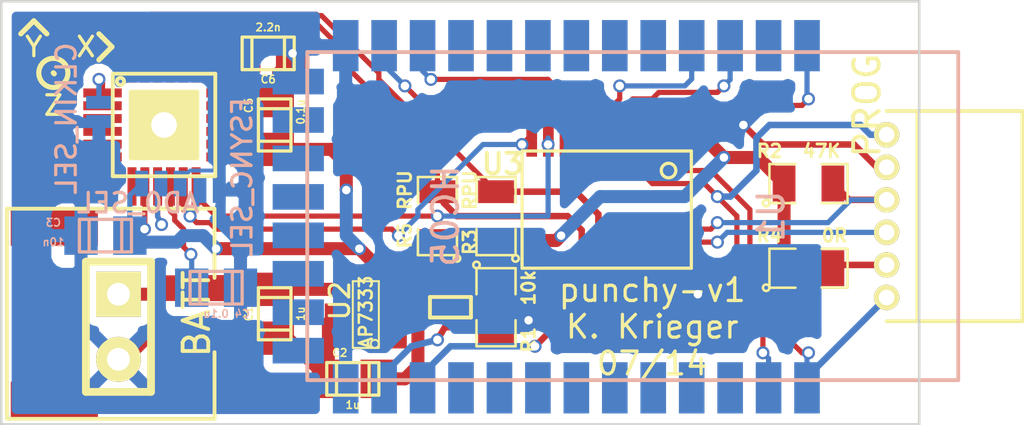
<source format=kicad_pcb>
(kicad_pcb (version 3) (host pcbnew "(2013-05-18 BZR 4017)-stable")

  (general
    (links 61)
    (no_connects 0)
    (area 117.551999 72.085999 157.673401 89.738491)
    (thickness 1.6)
    (drawings 19)
    (tracks 294)
    (zones 0)
    (modules 22)
    (nets 25)
  )

  (page A)
  (layers
    (15 F.Cu signal)
    (0 B.Cu signal)
    (16 B.Adhes user)
    (17 F.Adhes user)
    (18 B.Paste user)
    (19 F.Paste user)
    (20 B.SilkS user)
    (21 F.SilkS user)
    (22 B.Mask user)
    (23 F.Mask user)
    (24 Dwgs.User user)
    (25 Cmts.User user)
    (26 Eco1.User user)
    (27 Eco2.User user)
    (28 Edge.Cuts user)
  )

  (setup
    (last_trace_width 0.254)
    (user_trace_width 0.1524)
    (user_trace_width 0.2032)
    (user_trace_width 0.254)
    (user_trace_width 0.508)
    (user_trace_width 1.016)
    (trace_clearance 0.1524)
    (zone_clearance 0.3556)
    (zone_45_only no)
    (trace_min 0.1524)
    (segment_width 0.2)
    (edge_width 0.1)
    (via_size 0.508)
    (via_drill 0.3302)
    (via_min_size 0.508)
    (via_min_drill 0.3302)
    (uvia_size 0.508)
    (uvia_drill 0.127)
    (uvias_allowed no)
    (uvia_min_size 0.508)
    (uvia_min_drill 0.127)
    (pcb_text_width 0.3)
    (pcb_text_size 1.5 1.5)
    (mod_edge_width 0.15)
    (mod_text_size 1 1)
    (mod_text_width 0.15)
    (pad_size 1.5 1.5)
    (pad_drill 0.6)
    (pad_to_mask_clearance 0)
    (aux_axis_origin 0 0)
    (visible_elements 7FFFFFBF)
    (pcbplotparams
      (layerselection 268435457)
      (usegerberextensions false)
      (excludeedgelayer true)
      (linewidth 0.150000)
      (plotframeref false)
      (viasonmask false)
      (mode 1)
      (useauxorigin false)
      (hpglpennumber 1)
      (hpglpenspeed 20)
      (hpglpendiameter 15)
      (hpglpenoverlay 2)
      (psnegative false)
      (psa4output false)
      (plotreference true)
      (plotvalue true)
      (plotothertext true)
      (plotinvisibletext false)
      (padsonsilk false)
      (subtractmaskfromsilk false)
      (outputformat 2)
      (mirror false)
      (drillshape 2)
      (scaleselection 1)
      (outputdirectory ./))
  )

  (net 0 "")
  (net 1 +BATT)
  (net 2 /BT_BLUE)
  (net 3 /BT_DISCONNECT)
  (net 4 /BT_KEY)
  (net 5 /BT_ON)
  (net 6 /BT_RED)
  (net 7 /BT_RESET)
  (net 8 /BT_RX)
  (net 9 /BT_STATUS)
  (net 10 /BT_TX)
  (net 11 /CLKIN)
  (net 12 /FSYNC)
  (net 13 /INT)
  (net 14 /SCL)
  (net 15 /SDA)
  (net 16 GND)
  (net 17 N-0000010)
  (net 18 N-0000038)
  (net 19 N-0000039)
  (net 20 N-0000042)
  (net 21 N-0000047)
  (net 22 N-0000048)
  (net 23 N-0000055)
  (net 24 VCC)

  (net_class Default "This is the default net class."
    (clearance 0.1524)
    (trace_width 0.254)
    (via_dia 0.508)
    (via_drill 0.3302)
    (uvia_dia 0.508)
    (uvia_drill 0.127)
    (add_net "")
    (add_net +BATT)
    (add_net /BT_BLUE)
    (add_net /BT_DISCONNECT)
    (add_net /BT_KEY)
    (add_net /BT_ON)
    (add_net /BT_RED)
    (add_net /BT_RESET)
    (add_net /BT_RX)
    (add_net /BT_STATUS)
    (add_net /BT_TX)
    (add_net /CLKIN)
    (add_net /FSYNC)
    (add_net /INT)
    (add_net /SCL)
    (add_net /SDA)
    (add_net GND)
    (add_net N-0000010)
    (add_net N-0000038)
    (add_net N-0000039)
    (add_net N-0000042)
    (add_net N-0000047)
    (add_net N-0000048)
    (add_net N-0000055)
    (add_net VCC)
  )

  (module tssop-20 (layer F.Cu) (tedit 53C888B0) (tstamp 53C72E9E)
    (at 141.224 80.264 180)
    (descr TSSOP-20)
    (path /53C60A77)
    (attr smd)
    (fp_text reference U3 (at 4.064 1.778 180) (layer F.SilkS)
      (effects (font (size 0.8001 0.8001) (thickness 0.14986)))
    )
    (fp_text value MSP430G2X53 (at 0 -0.762 180) (layer F.SilkS) hide
      (effects (font (size 1.00076 1.00076) (thickness 0.14986)))
    )
    (fp_line (start 3.302 -2.286) (end -3.302 -2.286) (layer F.SilkS) (width 0.127))
    (fp_line (start -3.302 -2.286) (end -3.302 2.286) (layer F.SilkS) (width 0.127))
    (fp_line (start -3.302 2.286) (end 3.302 2.286) (layer F.SilkS) (width 0.127))
    (fp_line (start 3.302 2.286) (end 3.302 -2.286) (layer F.SilkS) (width 0.127))
    (fp_circle (center -2.413 1.524) (end -2.54 1.778) (layer F.SilkS) (width 0.127))
    (pad 5 smd rect (at -0.32512 2.79908 180) (size 0.4191 1.47066)
      (layers F.Cu F.Paste F.Mask)
      (net 6 /BT_RED)
    )
    (pad 6 smd rect (at 0.32512 2.79908 180) (size 0.4191 1.47066)
      (layers F.Cu F.Paste F.Mask)
      (net 2 /BT_BLUE)
    )
    (pad 7 smd rect (at 0.97536 2.79908 180) (size 0.4191 1.47066)
      (layers F.Cu F.Paste F.Mask)
      (net 9 /BT_STATUS)
    )
    (pad 8 smd rect (at 1.6256 2.79908 180) (size 0.4191 1.47066)
      (layers F.Cu F.Paste F.Mask)
      (net 3 /BT_DISCONNECT)
    )
    (pad 19 smd rect (at -2.26568 -2.794 180) (size 0.4191 1.47066)
      (layers F.Cu F.Paste F.Mask)
    )
    (pad 2 smd rect (at -2.27584 2.79908 180) (size 0.4191 1.47066)
      (layers F.Cu F.Paste F.Mask)
      (net 4 /BT_KEY)
    )
    (pad 3 smd rect (at -1.6256 2.79908 180) (size 0.4191 1.47066)
      (layers F.Cu F.Paste F.Mask)
      (net 10 /BT_TX)
    )
    (pad 4 smd rect (at -0.97536 2.79908 180) (size 0.4191 1.47066)
      (layers F.Cu F.Paste F.Mask)
      (net 8 /BT_RX)
    )
    (pad 12 smd rect (at 2.27584 -2.79908 180) (size 0.4191 1.47066)
      (layers F.Cu F.Paste F.Mask)
      (net 7 /BT_RESET)
    )
    (pad 13 smd rect (at 1.6256 -2.79908 180) (size 0.4191 1.47066)
      (layers F.Cu F.Paste F.Mask)
    )
    (pad 14 smd rect (at 0.97536 -2.79908 180) (size 0.4191 1.47066)
      (layers F.Cu F.Paste F.Mask)
      (net 14 /SCL)
    )
    (pad 15 smd rect (at 0.32512 -2.79908 180) (size 0.4191 1.47066)
      (layers F.Cu F.Paste F.Mask)
      (net 15 /SDA)
    )
    (pad 16 smd rect (at -0.32512 -2.79908 180) (size 0.4191 1.47066)
      (layers F.Cu F.Paste F.Mask)
      (net 19 N-0000039)
    )
    (pad 17 smd rect (at -0.97536 -2.79908 180) (size 0.4191 1.47066)
      (layers F.Cu F.Paste F.Mask)
      (net 18 N-0000038)
    )
    (pad 9 smd rect (at 2.27584 2.79908 180) (size 0.4191 1.47066)
      (layers F.Cu F.Paste F.Mask)
      (net 13 /INT)
    )
    (pad 18 smd rect (at -1.6256 -2.794 180) (size 0.4191 1.47066)
      (layers F.Cu F.Paste F.Mask)
    )
    (pad 1 smd rect (at -2.92608 2.79908 180) (size 0.4191 1.47066)
      (layers F.Cu F.Paste F.Mask)
      (net 24 VCC)
    )
    (pad 10 smd rect (at 2.92608 2.79908 180) (size 0.4191 1.47066)
      (layers F.Cu F.Paste F.Mask)
      (net 12 /FSYNC)
    )
    (pad 11 smd rect (at 2.92608 -2.79908 180) (size 0.4191 1.47066)
      (layers F.Cu F.Paste F.Mask)
      (net 5 /BT_ON)
    )
    (pad 20 smd rect (at -2.92608 -2.79908 180) (size 0.4191 1.47066)
      (layers F.Cu F.Paste F.Mask)
      (net 16 GND)
    )
    (model smd/smd_dil/tssop-20.wrl
      (at (xyz 0 0 0))
      (scale (xyz 1 1 1))
      (rotate (xyz 0 0 0))
    )
  )

  (module SOT523 (layer F.Cu) (tedit 53C88888) (tstamp 53C72EA9)
    (at 135.128 84.074 180)
    (path /53C61841)
    (fp_text reference Q1 (at 0 -1.7 180) (layer F.SilkS) hide
      (effects (font (size 1 1) (thickness 0.15)))
    )
    (fp_text value DMG1012T-7 (at 0 1.778 180) (layer F.SilkS) hide
      (effects (font (size 1 1) (thickness 0.15)))
    )
    (fp_line (start -0.8 -0.4) (end 0.8 -0.4) (layer F.SilkS) (width 0.15))
    (fp_line (start 0.8 -0.4) (end 0.8 0.4) (layer F.SilkS) (width 0.15))
    (fp_line (start 0.8 0.4) (end -0.8 0.4) (layer F.SilkS) (width 0.15))
    (fp_line (start -0.8 0.4) (end -0.8 -0.4) (layer F.SilkS) (width 0.15))
    (pad S smd rect (at 0.5 0.65 180) (size 0.4 0.51)
      (layers F.Cu F.Paste F.Mask)
      (net 24 VCC)
    )
    (pad G smd rect (at -0.5 0.65 180) (size 0.4 0.51)
      (layers F.Cu F.Paste F.Mask)
      (net 5 /BT_ON)
    )
    (pad D smd rect (at 0 -0.65 180) (size 0.4 0.51)
      (layers F.Cu F.Paste F.Mask)
      (net 17 N-0000010)
    )
  )

  (module SOT23 (layer F.Cu) (tedit 53C888F7) (tstamp 53C72EB5)
    (at 131.826 84.328 90)
    (tags SOT23)
    (path /53C56E13)
    (fp_text reference U2 (at 0.508 -1.016 90) (layer F.SilkS)
      (effects (font (size 0.762 0.762) (thickness 0.11938)))
    )
    (fp_text value AP7333 (at 0.0635 0 90) (layer F.SilkS)
      (effects (font (size 0.50038 0.50038) (thickness 0.09906)))
    )
    (fp_circle (center -1.17602 0.35052) (end -1.30048 0.44958) (layer F.SilkS) (width 0.07874))
    (fp_line (start 1.27 -0.508) (end 1.27 0.508) (layer F.SilkS) (width 0.07874))
    (fp_line (start -1.3335 -0.508) (end -1.3335 0.508) (layer F.SilkS) (width 0.07874))
    (fp_line (start 1.27 0.508) (end -1.3335 0.508) (layer F.SilkS) (width 0.07874))
    (fp_line (start -1.3335 -0.508) (end 1.27 -0.508) (layer F.SilkS) (width 0.07874))
    (pad 3 smd rect (at 0 -1.09982 90) (size 0.8001 1.00076)
      (layers F.Cu F.Paste F.Mask)
      (net 16 GND)
    )
    (pad 2 smd rect (at 0.9525 1.09982 90) (size 0.8001 1.00076)
      (layers F.Cu F.Paste F.Mask)
      (net 24 VCC)
    )
    (pad 1 smd rect (at -0.9525 1.09982 90) (size 0.8001 1.00076)
      (layers F.Cu F.Paste F.Mask)
      (net 1 +BATT)
    )
    (model smd\SOT23_3.wrl
      (at (xyz 0 0 0))
      (scale (xyz 0.4 0.4 0.4))
      (rotate (xyz 0 0 180))
    )
  )

  (module SOLDER_JUMPER_3 (layer B.Cu) (tedit 53C88A1D) (tstamp 53C72EBC)
    (at 124.206 79.248 180)
    (path /53C56F4A)
    (fp_text reference JP1 (at 0.01 2.82 180) (layer B.SilkS) hide
      (effects (font (size 1 1) (thickness 0.15)) (justify mirror))
    )
    (fp_text value AD0_SEL (at 1.27 -0.762 180) (layer B.SilkS)
      (effects (font (size 0.762 0.762) (thickness 0.127)) (justify mirror))
    )
    (pad 1 smd rect (at -0.375 0 180) (size 0.5 1)
      (layers B.Cu B.Paste B.Mask)
      (net 16 GND)
      (solder_mask_margin 0.125)
      (clearance 0.125)
    )
    (pad 2 smd rect (at 0.375 0 180) (size 0.5 1)
      (layers B.Cu B.Paste B.Mask)
      (net 22 N-0000048)
      (solder_mask_margin 0.125)
      (clearance 0.125)
    )
    (pad 3 smd rect (at 1.125 0 180) (size 0.5 1)
      (layers B.Cu B.Paste B.Mask)
      (net 24 VCC)
      (solder_mask_margin 0.125)
      (clearance 0.125)
    )
  )

  (module SOLDER_JUMPER (layer B.Cu) (tedit 53C88A14) (tstamp 53C72EC2)
    (at 125.73 79.502 180)
    (path /53C56F2C)
    (fp_text reference JP3 (at 0.01 2.82 180) (layer B.SilkS) hide
      (effects (font (size 1 1) (thickness 0.15)) (justify mirror))
    )
    (fp_text value FSYNC_SEL (at -1.27 0.508 270) (layer B.SilkS)
      (effects (font (size 0.762 0.762) (thickness 0.127)) (justify mirror))
    )
    (pad 1 smd rect (at -0.375 0 180) (size 0.5 1)
      (layers B.Cu B.Paste B.Mask)
      (net 16 GND)
      (solder_mask_margin 0.125)
      (clearance 0.125)
    )
    (pad 2 smd rect (at 0.375 0 180) (size 0.5 1)
      (layers B.Cu B.Paste B.Mask)
      (net 12 /FSYNC)
      (solder_mask_margin 0.125)
      (clearance 0.125)
    )
  )

  (module SOLDER_JUMPER (layer B.Cu) (tedit 53C88A01) (tstamp 53C72EC8)
    (at 121.412 76.454 90)
    (path /53C56F3B)
    (fp_text reference JP2 (at 0.01 2.82 90) (layer B.SilkS) hide
      (effects (font (size 1 1) (thickness 0.15)) (justify mirror))
    )
    (fp_text value CLKIN_SEL (at -0.254 -1.27 90) (layer B.SilkS)
      (effects (font (size 0.762 0.762) (thickness 0.127)) (justify mirror))
    )
    (pad 1 smd rect (at -0.375 0 90) (size 0.5 1)
      (layers B.Cu B.Paste B.Mask)
      (net 16 GND)
      (solder_mask_margin 0.125)
      (clearance 0.125)
    )
    (pad 2 smd rect (at 0.375 0 90) (size 0.5 1)
      (layers B.Cu B.Paste B.Mask)
      (net 11 /CLKIN)
      (solder_mask_margin 0.125)
      (clearance 0.125)
    )
  )

  (module SM0805 (layer F.Cu) (tedit 53C8897C) (tstamp 53C72ED5)
    (at 134.62 80.518 90)
    (path /53C56FAA)
    (attr smd)
    (fp_text reference R5 (at -0.762 -1.27 90) (layer F.SilkS)
      (effects (font (size 0.50038 0.50038) (thickness 0.10922)))
    )
    (fp_text value RPU (at 1.016 -1.27 90) (layer F.SilkS)
      (effects (font (size 0.50038 0.50038) (thickness 0.10922)))
    )
    (fp_circle (center -1.651 0.762) (end -1.651 0.635) (layer F.SilkS) (width 0.09906))
    (fp_line (start -0.508 0.762) (end -1.524 0.762) (layer F.SilkS) (width 0.09906))
    (fp_line (start -1.524 0.762) (end -1.524 -0.762) (layer F.SilkS) (width 0.09906))
    (fp_line (start -1.524 -0.762) (end -0.508 -0.762) (layer F.SilkS) (width 0.09906))
    (fp_line (start 0.508 -0.762) (end 1.524 -0.762) (layer F.SilkS) (width 0.09906))
    (fp_line (start 1.524 -0.762) (end 1.524 0.762) (layer F.SilkS) (width 0.09906))
    (fp_line (start 1.524 0.762) (end 0.508 0.762) (layer F.SilkS) (width 0.09906))
    (pad 1 smd rect (at -0.9525 0 90) (size 0.889 1.397)
      (layers F.Cu F.Paste F.Mask)
      (net 24 VCC)
    )
    (pad 2 smd rect (at 0.9525 0 90) (size 0.889 1.397)
      (layers F.Cu F.Paste F.Mask)
      (net 14 /SCL)
    )
    (model smd/chip_cms.wrl
      (at (xyz 0 0 0))
      (scale (xyz 0.1 0.1 0.1))
      (rotate (xyz 0 0 0))
    )
  )

  (module SM0805 (layer F.Cu) (tedit 53C8898E) (tstamp 53C72EE2)
    (at 149.098 82.55)
    (path /53C62B44)
    (attr smd)
    (fp_text reference R4 (at -1.524 -1.27) (layer F.SilkS)
      (effects (font (size 0.50038 0.50038) (thickness 0.10922)))
    )
    (fp_text value 0R (at 1.016 -1.27) (layer F.SilkS)
      (effects (font (size 0.50038 0.50038) (thickness 0.10922)))
    )
    (fp_circle (center -1.651 0.762) (end -1.651 0.635) (layer F.SilkS) (width 0.09906))
    (fp_line (start -0.508 0.762) (end -1.524 0.762) (layer F.SilkS) (width 0.09906))
    (fp_line (start -1.524 0.762) (end -1.524 -0.762) (layer F.SilkS) (width 0.09906))
    (fp_line (start -1.524 -0.762) (end -0.508 -0.762) (layer F.SilkS) (width 0.09906))
    (fp_line (start 0.508 -0.762) (end 1.524 -0.762) (layer F.SilkS) (width 0.09906))
    (fp_line (start 1.524 -0.762) (end 1.524 0.762) (layer F.SilkS) (width 0.09906))
    (fp_line (start 1.524 0.762) (end 0.508 0.762) (layer F.SilkS) (width 0.09906))
    (pad 1 smd rect (at -0.9525 0) (size 0.889 1.397)
      (layers F.Cu F.Paste F.Mask)
      (net 24 VCC)
    )
    (pad 2 smd rect (at 0.9525 0) (size 0.889 1.397)
      (layers F.Cu F.Paste F.Mask)
      (net 20 N-0000042)
    )
    (model smd/chip_cms.wrl
      (at (xyz 0 0 0))
      (scale (xyz 0.1 0.1 0.1))
      (rotate (xyz 0 0 0))
    )
  )

  (module SM0805 (layer F.Cu) (tedit 53C88989) (tstamp 53C72EEF)
    (at 149.098 79.248)
    (path /53C629FD)
    (attr smd)
    (fp_text reference R2 (at -1.524 -1.27) (layer F.SilkS)
      (effects (font (size 0.50038 0.50038) (thickness 0.10922)))
    )
    (fp_text value 47K (at 0.508 -1.27) (layer F.SilkS)
      (effects (font (size 0.50038 0.50038) (thickness 0.10922)))
    )
    (fp_circle (center -1.651 0.762) (end -1.651 0.635) (layer F.SilkS) (width 0.09906))
    (fp_line (start -0.508 0.762) (end -1.524 0.762) (layer F.SilkS) (width 0.09906))
    (fp_line (start -1.524 0.762) (end -1.524 -0.762) (layer F.SilkS) (width 0.09906))
    (fp_line (start -1.524 -0.762) (end -0.508 -0.762) (layer F.SilkS) (width 0.09906))
    (fp_line (start 0.508 -0.762) (end 1.524 -0.762) (layer F.SilkS) (width 0.09906))
    (fp_line (start 1.524 -0.762) (end 1.524 0.762) (layer F.SilkS) (width 0.09906))
    (fp_line (start 1.524 0.762) (end 0.508 0.762) (layer F.SilkS) (width 0.09906))
    (pad 1 smd rect (at -0.9525 0) (size 0.889 1.397)
      (layers F.Cu F.Paste F.Mask)
      (net 24 VCC)
    )
    (pad 2 smd rect (at 0.9525 0) (size 0.889 1.397)
      (layers F.Cu F.Paste F.Mask)
      (net 19 N-0000039)
    )
    (model smd/chip_cms.wrl
      (at (xyz 0 0 0))
      (scale (xyz 0.1 0.1 0.1))
      (rotate (xyz 0 0 0))
    )
  )

  (module SM0805 (layer F.Cu) (tedit 53C88971) (tstamp 53C72EFC)
    (at 136.906 84.074 270)
    (path /53C61850)
    (attr smd)
    (fp_text reference R1 (at 1.27 -1.27 270) (layer F.SilkS)
      (effects (font (size 0.50038 0.50038) (thickness 0.10922)))
    )
    (fp_text value 10k (at -0.762 -1.27 270) (layer F.SilkS)
      (effects (font (size 0.50038 0.50038) (thickness 0.10922)))
    )
    (fp_circle (center -1.651 0.762) (end -1.651 0.635) (layer F.SilkS) (width 0.09906))
    (fp_line (start -0.508 0.762) (end -1.524 0.762) (layer F.SilkS) (width 0.09906))
    (fp_line (start -1.524 0.762) (end -1.524 -0.762) (layer F.SilkS) (width 0.09906))
    (fp_line (start -1.524 -0.762) (end -0.508 -0.762) (layer F.SilkS) (width 0.09906))
    (fp_line (start 0.508 -0.762) (end 1.524 -0.762) (layer F.SilkS) (width 0.09906))
    (fp_line (start 1.524 -0.762) (end 1.524 0.762) (layer F.SilkS) (width 0.09906))
    (fp_line (start 1.524 0.762) (end 0.508 0.762) (layer F.SilkS) (width 0.09906))
    (pad 1 smd rect (at -0.9525 0 270) (size 0.889 1.397)
      (layers F.Cu F.Paste F.Mask)
      (net 5 /BT_ON)
    )
    (pad 2 smd rect (at 0.9525 0 270) (size 0.889 1.397)
      (layers F.Cu F.Paste F.Mask)
      (net 16 GND)
    )
    (model smd/chip_cms.wrl
      (at (xyz 0 0 0))
      (scale (xyz 0.1 0.1 0.1))
      (rotate (xyz 0 0 0))
    )
  )

  (module SM0805 (layer F.Cu) (tedit 53C88983) (tstamp 53C72F09)
    (at 136.906 80.518 90)
    (path /53C56E31)
    (attr smd)
    (fp_text reference R3 (at -1.016 -1.016 90) (layer F.SilkS)
      (effects (font (size 0.50038 0.50038) (thickness 0.10922)))
    )
    (fp_text value RPU (at 1.016 -1.016 90) (layer F.SilkS)
      (effects (font (size 0.50038 0.50038) (thickness 0.10922)))
    )
    (fp_circle (center -1.651 0.762) (end -1.651 0.635) (layer F.SilkS) (width 0.09906))
    (fp_line (start -0.508 0.762) (end -1.524 0.762) (layer F.SilkS) (width 0.09906))
    (fp_line (start -1.524 0.762) (end -1.524 -0.762) (layer F.SilkS) (width 0.09906))
    (fp_line (start -1.524 -0.762) (end -0.508 -0.762) (layer F.SilkS) (width 0.09906))
    (fp_line (start 0.508 -0.762) (end 1.524 -0.762) (layer F.SilkS) (width 0.09906))
    (fp_line (start 1.524 -0.762) (end 1.524 0.762) (layer F.SilkS) (width 0.09906))
    (fp_line (start 1.524 0.762) (end 0.508 0.762) (layer F.SilkS) (width 0.09906))
    (pad 1 smd rect (at -0.9525 0 90) (size 0.889 1.397)
      (layers F.Cu F.Paste F.Mask)
      (net 24 VCC)
    )
    (pad 2 smd rect (at 0.9525 0 90) (size 0.889 1.397)
      (layers F.Cu F.Paste F.Mask)
      (net 15 /SDA)
    )
    (model smd/chip_cms.wrl
      (at (xyz 0 0 0))
      (scale (xyz 0.1 0.1 0.1))
      (rotate (xyz 0 0 0))
    )
  )

  (module S2B-PH-SM4-TB (layer F.Cu) (tedit 53C888C1) (tstamp 53C72F17)
    (at 125.222 84.328 90)
    (path /53C56C67)
    (fp_text reference P1 (at 0 0 90) (layer F.SilkS) hide
      (effects (font (size 1 1) (thickness 0.15)))
    )
    (fp_text value BATT (at 0 0 90) (layer F.SilkS)
      (effects (font (size 1 1) (thickness 0.15)))
    )
    (fp_line (start 1.4 0.7) (end 4.1 0.7) (layer F.SilkS) (width 0.15))
    (fp_line (start 4.1 0.7) (end 4.1 -7.4) (layer F.SilkS) (width 0.15))
    (fp_line (start -1.5 0.7) (end -4.1 0.7) (layer F.SilkS) (width 0.15))
    (fp_line (start -4.1 0.7) (end -4.1 -7.4) (layer F.SilkS) (width 0.15))
    (fp_line (start 4.1 -7.4) (end 4 -7.4) (layer F.SilkS) (width 0.15))
    (fp_line (start -4.1 -7.4) (end 4 -7.4) (layer F.SilkS) (width 0.15))
    (pad 1 smd rect (at -1 0 90) (size 1 3.5)
      (layers F.Cu F.Paste F.Mask)
      (net 16 GND)
    )
    (pad 2 smd rect (at 1 0 90) (size 1 3.5)
      (layers F.Cu F.Paste F.Mask)
      (net 1 +BATT)
    )
    (pad "" smd rect (at -3.4 -5.55 90) (size 1.5 3.4)
      (layers F.Cu F.Paste F.Mask)
    )
    (pad "" smd rect (at 3.4 -5.55 90) (size 1.5 3.4)
      (layers F.Cu F.Paste F.Mask)
    )
  )

  (module qfn24_hand_solderable (layer F.Cu) (tedit 53C88853) (tstamp 53C9EB0C)
    (at 123.952 76.962)
    (path /53C56C29)
    (fp_text reference U4 (at 0 -4) (layer F.SilkS) hide
      (effects (font (size 1 1) (thickness 0.15)))
    )
    (fp_text value MPU6050 (at 0 0.254) (layer F.SilkS) hide
      (effects (font (size 1 1) (thickness 0.15)))
    )
    (fp_line (start 1.3 0) (end 1.3 -1.3) (layer F.SilkS) (width 0.15))
    (fp_line (start 1.3 -1.3) (end -1.3 -1.3) (layer F.SilkS) (width 0.15))
    (fp_line (start -1.3 -1.3) (end -1.3 1.3) (layer F.SilkS) (width 0.15))
    (fp_line (start -1.3 1.3) (end 1.3 1.3) (layer F.SilkS) (width 0.15))
    (fp_line (start 1.3 1.3) (end 1.3 0) (layer F.SilkS) (width 0.15))
    (fp_circle (center -1.7 -1.7) (end -1.6 -1.6) (layer F.SilkS) (width 0.15))
    (fp_line (start -2 0) (end -2 -2) (layer F.SilkS) (width 0.15))
    (fp_line (start -2 -2) (end 2 -2) (layer F.SilkS) (width 0.15))
    (fp_line (start 2 -2) (end 2 2) (layer F.SilkS) (width 0.15))
    (fp_line (start 2 2) (end -2 2) (layer F.SilkS) (width 0.15))
    (fp_line (start -2 2) (end -2 0) (layer F.SilkS) (width 0.15))
    (pad "" thru_hole rect (at 0 0) (size 2.7 2.6) (drill 1)
      (layers *.Cu *.Mask F.SilkS)
    )
    (pad 1 smd rect (at -2.4 -1.25) (size 1.5 0.35)
      (layers F.Cu F.Paste F.Mask)
      (net 11 /CLKIN)
    )
    (pad 2 smd rect (at -2.4 -0.75) (size 1.5 0.35)
      (layers F.Cu F.Paste F.Mask)
    )
    (pad 3 smd rect (at -2.4 -0.25) (size 1.5 0.35)
      (layers F.Cu F.Paste F.Mask)
    )
    (pad 4 smd rect (at -2.4 0.25) (size 1.5 0.35)
      (layers F.Cu F.Paste F.Mask)
    )
    (pad 5 smd rect (at -2.4 0.75) (size 1.5 0.35)
      (layers F.Cu F.Paste F.Mask)
    )
    (pad 6 smd rect (at -2.4 1.25) (size 1.5 0.35)
      (layers F.Cu F.Paste F.Mask)
    )
    (pad 7 smd rect (at -1.25 2.4) (size 0.35 1.5)
      (layers F.Cu F.Paste F.Mask)
    )
    (pad 8 smd rect (at -0.75 2.4) (size 0.35 1.5)
      (layers F.Cu F.Paste F.Mask)
      (net 24 VCC)
    )
    (pad 9 smd rect (at -0.25 2.4) (size 0.35 1.5)
      (layers F.Cu F.Paste F.Mask)
      (net 22 N-0000048)
    )
    (pad 10 smd rect (at 0.25 2.4) (size 0.35 1.5)
      (layers F.Cu F.Paste F.Mask)
      (net 21 N-0000047)
    )
    (pad 11 smd rect (at 0.75 2.4) (size 0.35 1.5)
      (layers F.Cu F.Paste F.Mask)
      (net 12 /FSYNC)
    )
    (pad 12 smd rect (at 1.25 2.4) (size 0.35 1.5)
      (layers F.Cu F.Paste F.Mask)
      (net 13 /INT)
    )
    (pad 13 smd rect (at 2.4 1.25) (size 1.5 0.35)
      (layers F.Cu F.Paste F.Mask)
      (net 24 VCC)
    )
    (pad 14 smd rect (at 2.4 0.75) (size 1.5 0.35)
      (layers F.Cu F.Paste F.Mask)
    )
    (pad 15 smd rect (at 2.4 0.25) (size 1.5 0.35)
      (layers F.Cu F.Paste F.Mask)
    )
    (pad 16 smd rect (at 2.4 -0.25) (size 1.5 0.35)
      (layers F.Cu F.Paste F.Mask)
    )
    (pad 17 smd rect (at 2.4 -0.75) (size 1.5 0.35)
      (layers F.Cu F.Paste F.Mask)
    )
    (pad 18 smd rect (at 2.4 -1.25) (size 1.5 0.35)
      (layers F.Cu F.Paste F.Mask)
      (net 16 GND)
    )
    (pad 19 smd rect (at 1.25 -2.4) (size 0.35 1.5)
      (layers F.Cu F.Paste F.Mask)
    )
    (pad 20 smd rect (at 0.75 -2.4) (size 0.35 1.5)
      (layers F.Cu F.Paste F.Mask)
      (net 23 N-0000055)
    )
    (pad 21 smd rect (at 0.25 -2.4) (size 0.35 1.5)
      (layers F.Cu F.Paste F.Mask)
    )
    (pad 22 smd rect (at -0.25 -2.4) (size 0.35 1.5)
      (layers F.Cu F.Paste F.Mask)
    )
    (pad 23 smd rect (at -0.75 -2.4) (size 0.35 1.5)
      (layers F.Cu F.Paste F.Mask)
      (net 14 /SCL)
    )
    (pad 24 smd rect (at -1.25 -2.4) (size 0.35 1.5)
      (layers F.Cu F.Paste F.Mask)
      (net 15 /SDA)
    )
  )

  (module HEADER-2x0.1inch (layer F.Cu) (tedit 53C88840) (tstamp 53C72F49)
    (at 122.174 84.836 270)
    (descr "Connecteurs 2 pins")
    (tags "CONN DEV")
    (path /53C5792D)
    (fp_text reference BT1 (at -0.254 -0.254 270) (layer F.SilkS) hide
      (effects (font (size 1.72974 1.08712) (thickness 0.27178)))
    )
    (fp_text value BATTERY (at 0 -2.54 270) (layer F.SilkS) hide
      (effects (font (size 1.524 1.016) (thickness 0.3048)))
    )
    (fp_line (start -2.54 1.27) (end -2.54 -1.27) (layer F.SilkS) (width 0.3048))
    (fp_line (start -2.54 -1.27) (end 2.54 -1.27) (layer F.SilkS) (width 0.3048))
    (fp_line (start 2.54 -1.27) (end 2.54 1.27) (layer F.SilkS) (width 0.3048))
    (fp_line (start 2.54 1.27) (end -2.54 1.27) (layer F.SilkS) (width 0.3048))
    (pad 1 thru_hole rect (at -1.27 0 270) (size 1.7526 1.7526) (drill 0.889)
      (layers *.Cu *.Mask F.SilkS)
      (net 1 +BATT)
    )
    (pad 2 thru_hole circle (at 1.27 0 270) (size 1.7526 1.7526) (drill 0.889)
      (layers *.Cu *.Mask F.SilkS)
      (net 16 GND)
    )
  )

  (module c_0805 (layer F.Cu) (tedit 53C8893C) (tstamp 53C72F80)
    (at 128.016 74.168 180)
    (descr "SMT capacitor, 0805")
    (path /53C56FA4)
    (fp_text reference C6 (at 0 -1.016 180) (layer F.SilkS)
      (effects (font (size 0.29972 0.29972) (thickness 0.06096)))
    )
    (fp_text value 2.2n (at 0 1.016 180) (layer F.SilkS)
      (effects (font (size 0.29972 0.29972) (thickness 0.06096)))
    )
    (fp_line (start 0.635 -0.635) (end 0.635 0.635) (layer F.SilkS) (width 0.127))
    (fp_line (start -0.635 -0.635) (end -0.635 0.6096) (layer F.SilkS) (width 0.127))
    (fp_line (start -1.016 -0.635) (end 1.016 -0.635) (layer F.SilkS) (width 0.127))
    (fp_line (start 1.016 -0.635) (end 1.016 0.635) (layer F.SilkS) (width 0.127))
    (fp_line (start 1.016 0.635) (end -1.016 0.635) (layer F.SilkS) (width 0.127))
    (fp_line (start -1.016 0.635) (end -1.016 -0.635) (layer F.SilkS) (width 0.127))
    (pad 1 smd rect (at 0.9525 0 180) (size 1.30048 1.4986)
      (layers F.Cu F.Paste F.Mask)
      (net 23 N-0000055)
    )
    (pad 2 smd rect (at -0.9525 0 180) (size 1.30048 1.4986)
      (layers F.Cu F.Paste F.Mask)
      (net 16 GND)
    )
    (model smd/capacitors/c_0805.wrl
      (at (xyz 0 0 0))
      (scale (xyz 1 1 1))
      (rotate (xyz 0 0 0))
    )
  )

  (module c_0805 (layer F.Cu) (tedit 53C88951) (tstamp 53C72F8C)
    (at 128.27 84.328 90)
    (descr "SMT capacitor, 0805")
    (path /53C56FB0)
    (fp_text reference C1 (at 0 -1.016 90) (layer F.SilkS)
      (effects (font (size 0.29972 0.29972) (thickness 0.06096)))
    )
    (fp_text value 1u (at 0 1.016 90) (layer F.SilkS)
      (effects (font (size 0.29972 0.29972) (thickness 0.06096)))
    )
    (fp_line (start 0.635 -0.635) (end 0.635 0.635) (layer F.SilkS) (width 0.127))
    (fp_line (start -0.635 -0.635) (end -0.635 0.6096) (layer F.SilkS) (width 0.127))
    (fp_line (start -1.016 -0.635) (end 1.016 -0.635) (layer F.SilkS) (width 0.127))
    (fp_line (start 1.016 -0.635) (end 1.016 0.635) (layer F.SilkS) (width 0.127))
    (fp_line (start 1.016 0.635) (end -1.016 0.635) (layer F.SilkS) (width 0.127))
    (fp_line (start -1.016 0.635) (end -1.016 -0.635) (layer F.SilkS) (width 0.127))
    (pad 1 smd rect (at 0.9525 0 90) (size 1.30048 1.4986)
      (layers F.Cu F.Paste F.Mask)
      (net 1 +BATT)
    )
    (pad 2 smd rect (at -0.9525 0 90) (size 1.30048 1.4986)
      (layers F.Cu F.Paste F.Mask)
      (net 16 GND)
    )
    (model smd/capacitors/c_0805.wrl
      (at (xyz 0 0 0))
      (scale (xyz 1 1 1))
      (rotate (xyz 0 0 0))
    )
  )

  (module c_0805 (layer F.Cu) (tedit 53C8895A) (tstamp 53C72F98)
    (at 131.318 86.868)
    (descr "SMT capacitor, 0805")
    (path /53C56FBC)
    (fp_text reference C2 (at -0.508 -1.016) (layer F.SilkS)
      (effects (font (size 0.29972 0.29972) (thickness 0.06096)))
    )
    (fp_text value 1u (at 0 1.016) (layer F.SilkS)
      (effects (font (size 0.29972 0.29972) (thickness 0.06096)))
    )
    (fp_line (start 0.635 -0.635) (end 0.635 0.635) (layer F.SilkS) (width 0.127))
    (fp_line (start -0.635 -0.635) (end -0.635 0.6096) (layer F.SilkS) (width 0.127))
    (fp_line (start -1.016 -0.635) (end 1.016 -0.635) (layer F.SilkS) (width 0.127))
    (fp_line (start 1.016 -0.635) (end 1.016 0.635) (layer F.SilkS) (width 0.127))
    (fp_line (start 1.016 0.635) (end -1.016 0.635) (layer F.SilkS) (width 0.127))
    (fp_line (start -1.016 0.635) (end -1.016 -0.635) (layer F.SilkS) (width 0.127))
    (pad 1 smd rect (at 0.9525 0) (size 1.30048 1.4986)
      (layers F.Cu F.Paste F.Mask)
      (net 24 VCC)
    )
    (pad 2 smd rect (at -0.9525 0) (size 1.30048 1.4986)
      (layers F.Cu F.Paste F.Mask)
      (net 16 GND)
    )
    (model smd/capacitors/c_0805.wrl
      (at (xyz 0 0 0))
      (scale (xyz 1 1 1))
      (rotate (xyz 0 0 0))
    )
  )

  (module c_0805 (layer F.Cu) (tedit 53C88941) (tstamp 53C72FA4)
    (at 128.27 76.962 270)
    (descr "SMT capacitor, 0805")
    (path /53C56F9E)
    (fp_text reference C5 (at -0.762 1.016 270) (layer F.SilkS)
      (effects (font (size 0.29972 0.29972) (thickness 0.06096)))
    )
    (fp_text value 0.1u (at -0.508 -1.016 270) (layer F.SilkS)
      (effects (font (size 0.29972 0.29972) (thickness 0.06096)))
    )
    (fp_line (start 0.635 -0.635) (end 0.635 0.635) (layer F.SilkS) (width 0.127))
    (fp_line (start -0.635 -0.635) (end -0.635 0.6096) (layer F.SilkS) (width 0.127))
    (fp_line (start -1.016 -0.635) (end 1.016 -0.635) (layer F.SilkS) (width 0.127))
    (fp_line (start 1.016 -0.635) (end 1.016 0.635) (layer F.SilkS) (width 0.127))
    (fp_line (start 1.016 0.635) (end -1.016 0.635) (layer F.SilkS) (width 0.127))
    (fp_line (start -1.016 0.635) (end -1.016 -0.635) (layer F.SilkS) (width 0.127))
    (pad 1 smd rect (at 0.9525 0 270) (size 1.30048 1.4986)
      (layers F.Cu F.Paste F.Mask)
      (net 24 VCC)
    )
    (pad 2 smd rect (at -0.9525 0 270) (size 1.30048 1.4986)
      (layers F.Cu F.Paste F.Mask)
      (net 16 GND)
    )
    (model smd/capacitors/c_0805.wrl
      (at (xyz 0 0 0))
      (scale (xyz 1 1 1))
      (rotate (xyz 0 0 0))
    )
  )

  (module c_0805 (layer B.Cu) (tedit 53C88A29) (tstamp 53C72FB0)
    (at 121.666 81.28)
    (descr "SMT capacitor, 0805")
    (path /53C56F98)
    (fp_text reference C3 (at -2.032 -0.508) (layer B.SilkS)
      (effects (font (size 0.29972 0.29972) (thickness 0.06096)) (justify mirror))
    )
    (fp_text value 10n (at -2.032 0.254) (layer B.SilkS)
      (effects (font (size 0.29972 0.29972) (thickness 0.06096)) (justify mirror))
    )
    (fp_line (start 0.635 0.635) (end 0.635 -0.635) (layer B.SilkS) (width 0.127))
    (fp_line (start -0.635 0.635) (end -0.635 -0.6096) (layer B.SilkS) (width 0.127))
    (fp_line (start -1.016 0.635) (end 1.016 0.635) (layer B.SilkS) (width 0.127))
    (fp_line (start 1.016 0.635) (end 1.016 -0.635) (layer B.SilkS) (width 0.127))
    (fp_line (start 1.016 -0.635) (end -1.016 -0.635) (layer B.SilkS) (width 0.127))
    (fp_line (start -1.016 -0.635) (end -1.016 0.635) (layer B.SilkS) (width 0.127))
    (pad 1 smd rect (at 0.9525 0) (size 1.30048 1.4986)
      (layers B.Cu B.Paste B.Mask)
      (net 24 VCC)
    )
    (pad 2 smd rect (at -0.9525 0) (size 1.30048 1.4986)
      (layers B.Cu B.Paste B.Mask)
      (net 16 GND)
    )
    (model smd/capacitors/c_0805.wrl
      (at (xyz 0 0 0))
      (scale (xyz 1 1 1))
      (rotate (xyz 0 0 0))
    )
  )

  (module c_0805 (layer B.Cu) (tedit 53C88A32) (tstamp 53C72FBC)
    (at 125.984 83.312 180)
    (descr "SMT capacitor, 0805")
    (path /53C56E22)
    (fp_text reference C4 (at -1.016 -1.016 180) (layer B.SilkS)
      (effects (font (size 0.29972 0.29972) (thickness 0.06096)) (justify mirror))
    )
    (fp_text value 0.1u (at 0 -1.016 180) (layer B.SilkS)
      (effects (font (size 0.29972 0.29972) (thickness 0.06096)) (justify mirror))
    )
    (fp_line (start 0.635 0.635) (end 0.635 -0.635) (layer B.SilkS) (width 0.127))
    (fp_line (start -0.635 0.635) (end -0.635 -0.6096) (layer B.SilkS) (width 0.127))
    (fp_line (start -1.016 0.635) (end 1.016 0.635) (layer B.SilkS) (width 0.127))
    (fp_line (start 1.016 0.635) (end 1.016 -0.635) (layer B.SilkS) (width 0.127))
    (fp_line (start 1.016 -0.635) (end -1.016 -0.635) (layer B.SilkS) (width 0.127))
    (fp_line (start -1.016 -0.635) (end -1.016 0.635) (layer B.SilkS) (width 0.127))
    (pad 1 smd rect (at 0.9525 0 180) (size 1.30048 1.4986)
      (layers B.Cu B.Paste B.Mask)
      (net 21 N-0000047)
    )
    (pad 2 smd rect (at -0.9525 0 180) (size 1.30048 1.4986)
      (layers B.Cu B.Paste B.Mask)
      (net 16 GND)
    )
    (model smd/capacitors/c_0805.wrl
      (at (xyz 0 0 0))
      (scale (xyz 1 1 1))
      (rotate (xyz 0 0 0))
    )
  )

  (module 851-87-20-006-001101 (layer F.Cu) (tedit 53C8890B) (tstamp 53C72FCA)
    (at 152.146 80.518 270)
    (path /53C6292B)
    (fp_text reference J1 (at -0.254 -0.254 270) (layer F.SilkS) hide
      (effects (font (size 1 1) (thickness 0.15)))
    )
    (fp_text value PROG (at -4.318 0.762 270) (layer F.SilkS)
      (effects (font (size 1 1) (thickness 0.15)))
    )
    (fp_line (start 4.1 -1.2) (end -4.1 -1.2) (layer F.SilkS) (width 0.15))
    (fp_line (start 4.1 0) (end 4.1 -5.3) (layer F.SilkS) (width 0.15))
    (fp_line (start 4.1 -5.3) (end -4.1 -5.3) (layer F.SilkS) (width 0.15))
    (fp_line (start -4.1 -5.3) (end -4.1 0) (layer F.SilkS) (width 0.15))
    (pad 4 thru_hole circle (at -0.635 0 270) (size 0.9906 0.9906) (drill 0.6096)
      (layers *.Cu *.Mask F.SilkS)
      (net 19 N-0000039)
    )
    (pad 3 thru_hole circle (at 0.635 0 270) (size 0.9906 0.9906) (drill 0.6096)
      (layers *.Cu *.Mask F.SilkS)
      (net 18 N-0000038)
    )
    (pad 5 thru_hole circle (at -1.905 0 270) (size 0.9906 0.9906) (drill 0.6096)
      (layers *.Cu *.Mask F.SilkS)
      (net 16 GND)
    )
    (pad 2 thru_hole circle (at 1.905 0 270) (size 0.9906 0.9906) (drill 0.6096)
      (layers *.Cu *.Mask F.SilkS)
      (net 20 N-0000042)
    )
    (pad 6 thru_hole circle (at -3.175 0 270) (size 0.9906 0.9906) (drill 0.6096)
      (layers *.Cu *.Mask F.SilkS)
      (net 8 /BT_RX)
    )
    (pad 1 thru_hole circle (at 3.175 0 270) (size 0.9906 0.9906) (drill 0.6096)
      (layers *.Cu *.Mask F.SilkS)
      (net 10 /BT_TX)
    )
  )

  (module HC05 (layer B.Cu) (tedit 53C867F7) (tstamp 53C9E9F6)
    (at 142.24 80.518 90)
    (path /53C61832)
    (fp_text reference U1 (at 0 5.4 90) (layer B.SilkS)
      (effects (font (size 1 1) (thickness 0.15)) (justify mirror))
    )
    (fp_text value HC05 (at 0 -7.3 90) (layer B.SilkS)
      (effects (font (size 1 1) (thickness 0.15)) (justify mirror))
    )
    (fp_line (start -6.4 0) (end -6.4 12.7) (layer B.SilkS) (width 0.15))
    (fp_line (start -6.4 12.7) (end 6.4 12.7) (layer B.SilkS) (width 0.15))
    (fp_line (start 6.4 12.7) (end 6.4 -12.7) (layer B.SilkS) (width 0.15))
    (fp_line (start 6.4 -12.7) (end -6.4 -12.7) (layer B.SilkS) (width 0.15))
    (fp_line (start -6.4 -12.7) (end -6.4 0) (layer B.SilkS) (width 0.15))
    (pad 1 smd rect (at -6.7 6.8 90) (size 2 1)
      (layers B.Cu B.Paste B.Mask)
      (net 10 /BT_TX)
    )
    (pad 2 smd rect (at -6.7 5.3 90) (size 2 1)
      (layers B.Cu B.Paste B.Mask)
      (net 8 /BT_RX)
    )
    (pad 3 smd rect (at -6.7 3.8 90) (size 2 1)
      (layers B.Cu B.Paste B.Mask)
    )
    (pad 4 smd rect (at -6.7 2.3 90) (size 2 1)
      (layers B.Cu B.Paste B.Mask)
    )
    (pad 5 smd rect (at -6.7 0.8 90) (size 2 1)
      (layers B.Cu B.Paste B.Mask)
    )
    (pad 6 smd rect (at -6.7 -0.7 90) (size 2 1)
      (layers B.Cu B.Paste B.Mask)
    )
    (pad 7 smd rect (at -6.7 -2.2 90) (size 2 1)
      (layers B.Cu B.Paste B.Mask)
    )
    (pad 8 smd rect (at -6.7 -3.7 90) (size 2 1)
      (layers B.Cu B.Paste B.Mask)
    )
    (pad 9 smd rect (at -6.7 -5.2 90) (size 2 1)
      (layers B.Cu B.Paste B.Mask)
    )
    (pad 10 smd rect (at -6.7 -6.7 90) (size 2 1)
      (layers B.Cu B.Paste B.Mask)
    )
    (pad 11 smd rect (at -6.7 -8.2 90) (size 2 1)
      (layers B.Cu B.Paste B.Mask)
      (net 7 /BT_RESET)
    )
    (pad 12 smd rect (at -6.7 -9.7 90) (size 2 1)
      (layers B.Cu B.Paste B.Mask)
      (net 17 N-0000010)
    )
    (pad 13 smd rect (at -6.7 -11.2 90) (size 2 1)
      (layers B.Cu B.Paste B.Mask)
      (net 16 GND)
    )
    (pad 14 smd rect (at -5.25 -13.05) (size 2 1)
      (layers B.Cu B.Paste B.Mask)
    )
    (pad 15 smd rect (at -3.75 -13.05) (size 2 1)
      (layers B.Cu B.Paste B.Mask)
    )
    (pad 16 smd rect (at -2.25 -13.05) (size 2 1)
      (layers B.Cu B.Paste B.Mask)
    )
    (pad 17 smd rect (at -0.75 -13.05) (size 2 1)
      (layers B.Cu B.Paste B.Mask)
    )
    (pad 18 smd rect (at 0.75 -13.05) (size 2 1)
      (layers B.Cu B.Paste B.Mask)
    )
    (pad 19 smd rect (at 2.25 -13.05) (size 2 1)
      (layers B.Cu B.Paste B.Mask)
    )
    (pad 20 smd rect (at 3.75 -13.05) (size 2 1)
      (layers B.Cu B.Paste B.Mask)
    )
    (pad 21 smd rect (at 5.25 -13.05) (size 2 1)
      (layers B.Cu B.Paste B.Mask)
      (net 16 GND)
    )
    (pad 22 smd rect (at 6.65 -11.2 90) (size 2 1)
      (layers B.Cu B.Paste B.Mask)
      (net 16 GND)
    )
    (pad 23 smd rect (at 6.65 -9.7 90) (size 2 1)
      (layers B.Cu B.Paste B.Mask)
      (net 3 /BT_DISCONNECT)
    )
    (pad 24 smd rect (at 6.65 -8.2 90) (size 2 1)
      (layers B.Cu B.Paste B.Mask)
      (net 9 /BT_STATUS)
    )
    (pad 25 smd rect (at 6.65 -6.7 90) (size 2 1)
      (layers B.Cu B.Paste B.Mask)
    )
    (pad 26 smd rect (at 6.65 -5.2 90) (size 2 1)
      (layers B.Cu B.Paste B.Mask)
    )
    (pad 27 smd rect (at 6.65 -3.7 90) (size 2 1)
      (layers B.Cu B.Paste B.Mask)
    )
    (pad 28 smd rect (at 6.65 -2.2 90) (size 2 1)
      (layers B.Cu B.Paste B.Mask)
    )
    (pad 29 smd rect (at 6.65 -0.7 90) (size 2 1)
      (layers B.Cu B.Paste B.Mask)
    )
    (pad 30 smd rect (at 6.65 0.8 90) (size 2 1)
      (layers B.Cu B.Paste B.Mask)
    )
    (pad 31 smd rect (at 6.65 2.3 90) (size 2 1)
      (layers B.Cu B.Paste B.Mask)
      (net 2 /BT_BLUE)
    )
    (pad 32 smd rect (at 6.65 3.8 90) (size 2 1)
      (layers B.Cu B.Paste B.Mask)
      (net 6 /BT_RED)
    )
    (pad 33 smd rect (at 6.65 5.3 90) (size 2 1)
      (layers B.Cu B.Paste B.Mask)
    )
    (pad 34 smd rect (at 6.65 6.8 90) (size 2 1)
      (layers B.Cu B.Paste B.Mask)
      (net 4 /BT_KEY)
    )
  )

  (gr_text X (at 120.904 73.914) (layer F.SilkS)
    (effects (font (size 0.762 0.762) (thickness 0.127)))
  )
  (gr_text Y (at 118.872 73.914) (layer F.SilkS)
    (effects (font (size 0.762 0.762) (thickness 0.127)))
  )
  (gr_text Z (at 119.634 76.2) (layer F.SilkS)
    (effects (font (size 0.762 0.762) (thickness 0.127)))
  )
  (gr_line (start 119.66575 74.96175) (end 119.634 74.93) (angle 90) (layer F.SilkS) (width 0.2))
  (gr_line (start 119.634 74.93) (end 119.66575 74.96175) (angle 90) (layer F.SilkS) (width 0.2))
  (gr_circle (center 119.634 74.93) (end 120.142 74.676) (layer F.SilkS) (width 0.2))
  (gr_line (start 121.412 73.406) (end 121.92 73.914) (angle 90) (layer F.SilkS) (width 0.2))
  (gr_line (start 121.412 74.422) (end 121.92 73.914) (angle 90) (layer F.SilkS) (width 0.2))
  (gr_line (start 118.872 72.898) (end 119.38 73.406) (angle 90) (layer F.SilkS) (width 0.2))
  (gr_line (start 118.364 73.406) (end 118.872 72.898) (angle 90) (layer F.SilkS) (width 0.2))
  (gr_text "punchy-v1\nK. Krieger\n07/14" (at 143.002 84.836) (layer F.SilkS)
    (effects (font (size 0.889 0.889) (thickness 0.127)))
  )
  (gr_line (start 117.602 72.39) (end 117.602 72.136) (angle 90) (layer Edge.Cuts) (width 0.1))
  (gr_line (start 153.416 72.39) (end 153.416 72.136) (angle 90) (layer Edge.Cuts) (width 0.1))
  (gr_line (start 117.602 88.646) (end 117.602 88.392) (angle 90) (layer Edge.Cuts) (width 0.1))
  (gr_line (start 153.416 88.646) (end 117.602 88.646) (angle 90) (layer Edge.Cuts) (width 0.1))
  (gr_line (start 153.416 72.39) (end 153.416 88.646) (angle 90) (layer Edge.Cuts) (width 0.1))
  (gr_line (start 153.162 72.136) (end 153.416 72.136) (angle 90) (layer Edge.Cuts) (width 0.1))
  (gr_line (start 117.602 72.136) (end 153.162 72.136) (angle 90) (layer Edge.Cuts) (width 0.1))
  (gr_line (start 117.602 88.646) (end 117.602 72.39) (angle 90) (layer Edge.Cuts) (width 0.1))

  (segment (start 122.174 83.566) (end 124.984 83.566) (width 0.508) (layer F.Cu) (net 1))
  (segment (start 124.984 83.566) (end 125.222 83.328) (width 0.508) (layer F.Cu) (net 1) (tstamp 53C9F1A6))
  (segment (start 128.27 83.3755) (end 131.2545 83.3755) (width 0.508) (layer F.Cu) (net 1))
  (segment (start 132.7785 85.2805) (end 132.92582 85.2805) (width 0.508) (layer F.Cu) (net 1) (tstamp 53C9F133))
  (segment (start 131.826 84.328) (end 132.7785 85.2805) (width 0.508) (layer F.Cu) (net 1) (tstamp 53C9F132))
  (segment (start 131.826 83.82) (end 131.826 84.328) (width 0.508) (layer F.Cu) (net 1) (tstamp 53C9F131))
  (segment (start 131.318 83.312) (end 131.826 83.82) (width 0.508) (layer F.Cu) (net 1) (tstamp 53C9F130))
  (segment (start 131.2545 83.3755) (end 131.318 83.312) (width 0.508) (layer F.Cu) (net 1) (tstamp 53C9F12F))
  (segment (start 125.222 83.328) (end 128.2225 83.328) (width 1.016) (layer F.Cu) (net 1))
  (segment (start 128.2225 83.328) (end 128.27 83.3755) (width 1.016) (layer F.Cu) (net 1) (tstamp 53C9ED19))
  (segment (start 140.89888 77.46492) (end 140.89888 76.77912) (width 0.2032) (layer F.Cu) (net 2))
  (segment (start 144.54 75.17) (end 144.54 73.868) (width 0.2032) (layer B.Cu) (net 2) (tstamp 53C9F099))
  (segment (start 144.272 75.438) (end 144.54 75.17) (width 0.2032) (layer B.Cu) (net 2) (tstamp 53C9F098))
  (segment (start 143.002 75.438) (end 144.272 75.438) (width 0.2032) (layer B.Cu) (net 2) (tstamp 53C9F097))
  (segment (start 141.732 75.438) (end 143.002 75.438) (width 0.2032) (layer B.Cu) (net 2) (tstamp 53C9F096))
  (via (at 141.732 75.438) (size 0.508) (layers F.Cu B.Cu) (net 2))
  (segment (start 141.732 75.946) (end 141.732 75.438) (width 0.2032) (layer F.Cu) (net 2) (tstamp 53C9F091))
  (segment (start 140.89888 76.77912) (end 141.732 75.946) (width 0.2032) (layer F.Cu) (net 2) (tstamp 53C9F090))
  (segment (start 132.54 73.868) (end 132.54 74.628) (width 0.2032) (layer B.Cu) (net 3))
  (segment (start 139.7 77.36332) (end 139.5984 77.46492) (width 0.2032) (layer F.Cu) (net 3) (tstamp 53C9F0B1))
  (segment (start 139.7 76.708) (end 139.7 77.36332) (width 0.2032) (layer F.Cu) (net 3) (tstamp 53C9F0B0))
  (segment (start 139.446 76.454) (end 139.7 76.708) (width 0.2032) (layer F.Cu) (net 3) (tstamp 53C9F0AF))
  (segment (start 138.684 75.692) (end 139.446 76.454) (width 0.2032) (layer F.Cu) (net 3) (tstamp 53C9F0AE))
  (segment (start 134.874 75.692) (end 138.684 75.692) (width 0.2032) (layer F.Cu) (net 3) (tstamp 53C9F0AD))
  (segment (start 134.62 75.946) (end 134.874 75.692) (width 0.2032) (layer F.Cu) (net 3) (tstamp 53C9F0AC))
  (segment (start 133.858 75.946) (end 134.62 75.946) (width 0.2032) (layer F.Cu) (net 3) (tstamp 53C9F0AB))
  (segment (start 133.35 75.438) (end 133.858 75.946) (width 0.2032) (layer F.Cu) (net 3) (tstamp 53C9F0AA))
  (via (at 133.35 75.438) (size 0.508) (layers F.Cu B.Cu) (net 3))
  (segment (start 132.54 74.628) (end 133.35 75.438) (width 0.2032) (layer B.Cu) (net 3) (tstamp 53C9F0A8))
  (segment (start 143.49984 77.46492) (end 143.49984 76.46416) (width 0.2032) (layer F.Cu) (net 4))
  (segment (start 149.04 75.888) (end 149.04 73.868) (width 0.2032) (layer B.Cu) (net 4) (tstamp 53C9F082))
  (segment (start 149.098 75.946) (end 149.04 75.888) (width 0.2032) (layer B.Cu) (net 4) (tstamp 53C9F081))
  (via (at 149.098 75.946) (size 0.508) (layers F.Cu B.Cu) (net 4))
  (segment (start 148.844 76.2) (end 149.098 75.946) (width 0.2032) (layer F.Cu) (net 4) (tstamp 53C9F07F))
  (segment (start 143.764 76.2) (end 148.844 76.2) (width 0.2032) (layer F.Cu) (net 4) (tstamp 53C9F07E))
  (segment (start 143.49984 76.46416) (end 143.764 76.2) (width 0.2032) (layer F.Cu) (net 4) (tstamp 53C9F07D))
  (segment (start 135.628 83.424) (end 136.6035 83.424) (width 0.254) (layer F.Cu) (net 5))
  (segment (start 136.6035 83.424) (end 136.906 83.1215) (width 0.254) (layer F.Cu) (net 5) (tstamp 53C9F11E))
  (segment (start 138.29792 83.06308) (end 136.96442 83.06308) (width 0.254) (layer F.Cu) (net 5))
  (segment (start 136.96442 83.06308) (end 136.906 83.1215) (width 0.254) (layer F.Cu) (net 5) (tstamp 53C9F10D))
  (segment (start 146.04 73.868) (end 146.04 75.194) (width 0.2032) (layer B.Cu) (net 6))
  (segment (start 141.54912 76.63688) (end 141.54912 77.46492) (width 0.2032) (layer F.Cu) (net 6) (tstamp 53C9F08D))
  (segment (start 142.24 75.946) (end 141.54912 76.63688) (width 0.2032) (layer F.Cu) (net 6) (tstamp 53C9F08C))
  (segment (start 143.002 75.946) (end 142.24 75.946) (width 0.2032) (layer F.Cu) (net 6) (tstamp 53C9F08B))
  (segment (start 143.256 75.692) (end 143.002 75.946) (width 0.2032) (layer F.Cu) (net 6) (tstamp 53C9F08A))
  (segment (start 143.51 75.692) (end 143.256 75.692) (width 0.2032) (layer F.Cu) (net 6) (tstamp 53C9F089))
  (segment (start 145.542 75.692) (end 143.51 75.692) (width 0.2032) (layer F.Cu) (net 6) (tstamp 53C9F088))
  (segment (start 145.796 75.438) (end 145.542 75.692) (width 0.2032) (layer F.Cu) (net 6) (tstamp 53C9F087))
  (via (at 145.796 75.438) (size 0.508) (layers F.Cu B.Cu) (net 6))
  (segment (start 146.04 75.194) (end 145.796 75.438) (width 0.2032) (layer B.Cu) (net 6) (tstamp 53C9F085))
  (segment (start 138.94816 83.06308) (end 138.94816 85.07984) (width 0.254) (layer F.Cu) (net 7))
  (segment (start 134.04 86.686) (end 134.04 87.218) (width 0.254) (layer B.Cu) (net 7) (tstamp 53C9F114))
  (segment (start 135.128 85.598) (end 134.04 86.686) (width 0.254) (layer B.Cu) (net 7) (tstamp 53C9F113))
  (segment (start 138.43 85.598) (end 135.128 85.598) (width 0.254) (layer B.Cu) (net 7) (tstamp 53C9F112))
  (via (at 138.43 85.598) (size 0.508) (layers F.Cu B.Cu) (net 7))
  (segment (start 138.94816 85.07984) (end 138.43 85.598) (width 0.254) (layer F.Cu) (net 7) (tstamp 53C9F110))
  (segment (start 152.146 77.343) (end 151.511 77.343) (width 0.254) (layer B.Cu) (net 8))
  (via (at 145.542 79.756) (size 0.508) (layers F.Cu B.Cu) (net 8))
  (segment (start 146.05 79.756) (end 145.542 79.756) (width 0.254) (layer B.Cu) (net 8) (tstamp 53C88492))
  (segment (start 147.066 78.74) (end 146.05 79.756) (width 0.254) (layer B.Cu) (net 8) (tstamp 53C88491))
  (segment (start 147.066 77.47) (end 147.066 78.74) (width 0.254) (layer B.Cu) (net 8) (tstamp 53C88490))
  (segment (start 147.574 76.962) (end 147.066 77.47) (width 0.254) (layer B.Cu) (net 8) (tstamp 53C8848F))
  (segment (start 151.13 76.962) (end 147.574 76.962) (width 0.254) (layer B.Cu) (net 8) (tstamp 53C8848E))
  (segment (start 151.511 77.343) (end 151.13 76.962) (width 0.254) (layer B.Cu) (net 8) (tstamp 53C8848D))
  (segment (start 147.54 87.218) (end 147.54 86.072) (width 0.2032) (layer B.Cu) (net 8))
  (segment (start 142.24 77.50556) (end 142.19936 77.46492) (width 0.2032) (layer F.Cu) (net 8) (tstamp 53C9F0D2))
  (segment (start 142.24 78.486) (end 142.24 77.50556) (width 0.2032) (layer F.Cu) (net 8) (tstamp 53C9F0D1))
  (segment (start 142.494 78.74) (end 142.24 78.486) (width 0.2032) (layer F.Cu) (net 8) (tstamp 53C9F0D0))
  (segment (start 143.002 79.248) (end 142.494 78.74) (width 0.2032) (layer F.Cu) (net 8) (tstamp 53C9F0CF))
  (segment (start 145.034 79.248) (end 143.002 79.248) (width 0.2032) (layer F.Cu) (net 8) (tstamp 53C9F0CE))
  (segment (start 146.304 80.518) (end 145.542 79.756) (width 0.2032) (layer F.Cu) (net 8) (tstamp 53C9F0CD))
  (segment (start 145.542 79.756) (end 145.034 79.248) (width 0.2032) (layer F.Cu) (net 8) (tstamp 53C88496))
  (segment (start 146.304 80.772) (end 146.304 80.518) (width 0.2032) (layer F.Cu) (net 8) (tstamp 53C9F0CC))
  (segment (start 146.304 84.074) (end 146.304 80.772) (width 0.2032) (layer F.Cu) (net 8) (tstamp 53C9F0CB))
  (segment (start 147.32 85.09) (end 146.304 84.074) (width 0.2032) (layer F.Cu) (net 8) (tstamp 53C9F0CA))
  (segment (start 147.32 85.852) (end 147.32 85.09) (width 0.2032) (layer F.Cu) (net 8) (tstamp 53C9F0C9))
  (via (at 147.32 85.852) (size 0.508) (layers F.Cu B.Cu) (net 8))
  (segment (start 147.54 86.072) (end 147.32 85.852) (width 0.2032) (layer B.Cu) (net 8) (tstamp 53C9F0C7))
  (segment (start 140.24864 77.46492) (end 140.24864 76.66736) (width 0.2032) (layer F.Cu) (net 9))
  (segment (start 134.04 74.858) (end 134.04 73.868) (width 0.2032) (layer B.Cu) (net 9) (tstamp 53C9F0A5))
  (segment (start 134.366 75.184) (end 134.04 74.858) (width 0.2032) (layer B.Cu) (net 9) (tstamp 53C9F0A4))
  (via (at 134.366 75.184) (size 0.508) (layers F.Cu B.Cu) (net 9))
  (segment (start 138.938 75.184) (end 134.366 75.184) (width 0.2032) (layer F.Cu) (net 9) (tstamp 53C9F0A0))
  (segment (start 140.208 76.454) (end 138.938 75.184) (width 0.2032) (layer F.Cu) (net 9) (tstamp 53C9F09F))
  (segment (start 140.208 76.62672) (end 140.208 76.454) (width 0.2032) (layer F.Cu) (net 9) (tstamp 53C9F09E))
  (segment (start 140.24864 76.66736) (end 140.208 76.62672) (width 0.2032) (layer F.Cu) (net 9) (tstamp 53C9F09D))
  (segment (start 149.04 87.218) (end 149.04 86.799) (width 0.254) (layer B.Cu) (net 10))
  (segment (start 149.04 86.799) (end 152.146 83.693) (width 0.254) (layer B.Cu) (net 10) (tstamp 53C8849B))
  (segment (start 142.8496 77.46492) (end 142.8496 78.3336) (width 0.2032) (layer F.Cu) (net 10))
  (segment (start 149.04 85.91) (end 149.04 87.218) (width 0.2032) (layer B.Cu) (net 10) (tstamp 53C9F0C4))
  (segment (start 149.098 85.852) (end 149.04 85.91) (width 0.2032) (layer B.Cu) (net 10) (tstamp 53C9F0C3))
  (via (at 149.098 85.852) (size 0.508) (layers F.Cu B.Cu) (net 10))
  (segment (start 148.844 85.852) (end 149.098 85.852) (width 0.2032) (layer F.Cu) (net 10) (tstamp 53C9F0C1))
  (segment (start 146.812 83.82) (end 148.844 85.852) (width 0.2032) (layer F.Cu) (net 10) (tstamp 53C9F0C0))
  (segment (start 146.812 80.264) (end 146.812 83.82) (width 0.2032) (layer F.Cu) (net 10) (tstamp 53C9F0BE))
  (segment (start 145.288 78.74) (end 146.812 80.264) (width 0.2032) (layer F.Cu) (net 10) (tstamp 53C9F0BD))
  (segment (start 143.256 78.74) (end 145.288 78.74) (width 0.2032) (layer F.Cu) (net 10) (tstamp 53C9F0BC))
  (segment (start 142.8496 78.3336) (end 143.256 78.74) (width 0.2032) (layer F.Cu) (net 10) (tstamp 53C9F0BA))
  (segment (start 121.552 75.712) (end 121.552 75.324) (width 0.2032) (layer F.Cu) (net 11))
  (segment (start 121.412 75.184) (end 121.412 76.079) (width 0.2032) (layer B.Cu) (net 11) (tstamp 53C9EFDF))
  (via (at 121.412 75.184) (size 0.508) (layers F.Cu B.Cu) (net 11))
  (segment (start 121.552 75.324) (end 121.412 75.184) (width 0.2032) (layer F.Cu) (net 11) (tstamp 53C9EFDD))
  (segment (start 129.794 81.026) (end 132.842 81.026) (width 0.2032) (layer F.Cu) (net 12))
  (segment (start 125.222 80.772) (end 125.73 80.772) (width 0.2032) (layer F.Cu) (net 12) (tstamp 53C9F05D))
  (segment (start 125.73 80.772) (end 125.984 81.026) (width 0.2032) (layer F.Cu) (net 12) (tstamp 53C9F05E))
  (segment (start 125.984 81.026) (end 129.794 81.026) (width 0.2032) (layer F.Cu) (net 12) (tstamp 53C9F05F))
  (segment (start 124.968 80.518) (end 125.222 80.772) (width 0.2032) (layer F.Cu) (net 12))
  (segment (start 138.18108 77.46492) (end 138.29792 77.46492) (width 0.2032) (layer F.Cu) (net 12) (tstamp 53C9F1A3))
  (segment (start 137.922 77.724) (end 138.18108 77.46492) (width 0.2032) (layer F.Cu) (net 12) (tstamp 53C9F1A2))
  (via (at 137.922 77.724) (size 0.508) (layers F.Cu B.Cu) (net 12))
  (segment (start 136.398 77.724) (end 137.922 77.724) (width 0.2032) (layer B.Cu) (net 12) (tstamp 53C9F19F))
  (segment (start 133.858 80.264) (end 136.398 77.724) (width 0.2032) (layer B.Cu) (net 12) (tstamp 53C9F19E))
  (segment (start 133.858 80.518) (end 133.858 80.264) (width 0.2032) (layer B.Cu) (net 12) (tstamp 53C9F19D))
  (segment (start 133.096 81.28) (end 133.858 80.518) (width 0.2032) (layer B.Cu) (net 12) (tstamp 53C9F19C))
  (via (at 133.096 81.28) (size 0.508) (layers F.Cu B.Cu) (net 12))
  (segment (start 132.842 81.026) (end 133.096 81.28) (width 0.2032) (layer F.Cu) (net 12) (tstamp 53C9F199))
  (segment (start 124.702 79.362) (end 124.702 80.252) (width 0.2032) (layer F.Cu) (net 12))
  (segment (start 125.222 79.635) (end 125.355 79.502) (width 0.2032) (layer B.Cu) (net 12) (tstamp 53C9EFD6) (status 30))
  (segment (start 125.222 80.264) (end 125.222 79.635) (width 0.2032) (layer B.Cu) (net 12) (tstamp 53C9EFD5) (status 20))
  (segment (start 124.968 80.518) (end 125.222 80.264) (width 0.2032) (layer B.Cu) (net 12) (tstamp 53C9EFD4))
  (via (at 124.968 80.518) (size 0.508) (layers F.Cu B.Cu) (net 12))
  (segment (start 124.702 80.252) (end 124.968 80.518) (width 0.2032) (layer F.Cu) (net 12) (tstamp 53C9EFD2))
  (segment (start 129.794 80.518) (end 134.62 80.518) (width 0.2032) (layer F.Cu) (net 13))
  (segment (start 129.794 80.518) (end 127.762 80.518) (width 0.2032) (layer F.Cu) (net 13))
  (segment (start 125.202 79.736) (end 125.984 80.518) (width 0.2032) (layer F.Cu) (net 13) (tstamp 53C9EFD9))
  (segment (start 125.984 80.518) (end 127.762 80.518) (width 0.2032) (layer F.Cu) (net 13) (tstamp 53C9EFDA))
  (segment (start 125.202 79.362) (end 125.202 79.736) (width 0.2032) (layer F.Cu) (net 13))
  (segment (start 138.94816 77.71384) (end 138.94816 77.46492) (width 0.2032) (layer F.Cu) (net 13) (tstamp 53C9F196))
  (segment (start 138.938 77.724) (end 138.94816 77.71384) (width 0.2032) (layer F.Cu) (net 13) (tstamp 53C9F195))
  (via (at 138.938 77.724) (size 0.508) (layers F.Cu B.Cu) (net 13))
  (segment (start 138.938 77.47) (end 138.938 77.724) (width 0.2032) (layer B.Cu) (net 13) (tstamp 53C9F192))
  (segment (start 138.938 80.518) (end 138.938 77.47) (width 0.2032) (layer B.Cu) (net 13) (tstamp 53C9F191))
  (segment (start 134.62 80.518) (end 138.938 80.518) (width 0.2032) (layer B.Cu) (net 13) (tstamp 53C9F190))
  (via (at 134.62 80.518) (size 0.508) (layers F.Cu B.Cu) (net 13))
  (segment (start 134.62 79.5655) (end 134.62 78.232) (width 0.2032) (layer F.Cu) (net 14))
  (segment (start 123.202 73.394) (end 123.545602 73.050398) (width 0.2032) (layer F.Cu) (net 14) (tstamp 53C9EFE3))
  (segment (start 123.545602 73.050398) (end 129.946398 73.050398) (width 0.2032) (layer F.Cu) (net 14) (tstamp 53C9EFE4))
  (segment (start 129.946398 73.050398) (end 130.048 73.152) (width 0.2032) (layer F.Cu) (net 14) (tstamp 53C9EFE5))
  (segment (start 123.202 73.394) (end 123.202 74.562) (width 0.2032) (layer F.Cu) (net 14))
  (segment (start 131.064 74.168) (end 130.048 73.152) (width 0.2032) (layer F.Cu) (net 14) (tstamp 53C9F17A))
  (segment (start 131.064 74.676) (end 131.064 74.168) (width 0.2032) (layer F.Cu) (net 14) (tstamp 53C9F179))
  (segment (start 134.62 78.232) (end 131.064 74.676) (width 0.2032) (layer F.Cu) (net 14) (tstamp 53C9F177))
  (segment (start 140.24864 83.06308) (end 140.24864 81.06664) (width 0.254) (layer F.Cu) (net 14))
  (segment (start 134.874 80.01) (end 134.62 79.5655) (width 0.254) (layer F.Cu) (net 14) (tstamp 53C9F10C))
  (segment (start 135.382 80.518) (end 134.874 80.01) (width 0.254) (layer F.Cu) (net 14) (tstamp 53C9F10A))
  (segment (start 139.7 80.518) (end 135.382 80.518) (width 0.254) (layer F.Cu) (net 14) (tstamp 53C9F109))
  (segment (start 140.24864 81.06664) (end 139.7 80.518) (width 0.254) (layer F.Cu) (net 14) (tstamp 53C9F108))
  (segment (start 129.946398 72.694796) (end 130.098796 72.694796) (width 0.2032) (layer F.Cu) (net 15))
  (segment (start 122.702 73.386) (end 123.444 72.644) (width 0.2032) (layer F.Cu) (net 15) (tstamp 53C9EFE8))
  (segment (start 123.444 72.644) (end 129.895602 72.644) (width 0.2032) (layer F.Cu) (net 15) (tstamp 53C9EFE9))
  (segment (start 129.895602 72.644) (end 129.946398 72.694796) (width 0.2032) (layer F.Cu) (net 15) (tstamp 53C9EFEA))
  (segment (start 122.702 74.562) (end 122.702 73.386) (width 0.2032) (layer F.Cu) (net 15))
  (segment (start 135.0645 77.724) (end 136.906 79.5655) (width 0.2032) (layer F.Cu) (net 15) (tstamp 53C9F174))
  (segment (start 134.874 77.724) (end 135.0645 77.724) (width 0.2032) (layer F.Cu) (net 15) (tstamp 53C9F172))
  (segment (start 132.334 75.184) (end 134.874 77.724) (width 0.2032) (layer F.Cu) (net 15) (tstamp 53C9F171))
  (segment (start 132.334 74.93) (end 132.334 75.184) (width 0.2032) (layer F.Cu) (net 15) (tstamp 53C9F170))
  (segment (start 130.098796 72.694796) (end 132.334 74.93) (width 0.2032) (layer F.Cu) (net 15) (tstamp 53C9F16F))
  (segment (start 140.89888 83.06308) (end 140.89888 80.44688) (width 0.254) (layer F.Cu) (net 15))
  (segment (start 140.0175 79.5655) (end 136.906 79.5655) (width 0.254) (layer F.Cu) (net 15) (tstamp 53C9F105))
  (segment (start 140.89888 80.44688) (end 140.0175 79.5655) (width 0.254) (layer F.Cu) (net 15) (tstamp 53C9F104))
  (segment (start 152.146 78.613) (end 151.765 78.613) (width 0.254) (layer F.Cu) (net 16))
  (via (at 146.558 76.962) (size 0.508) (layers F.Cu B.Cu) (net 16))
  (segment (start 147.32 77.724) (end 146.558 76.962) (width 0.254) (layer F.Cu) (net 16) (tstamp 53C884C9))
  (segment (start 150.876 77.724) (end 147.32 77.724) (width 0.254) (layer F.Cu) (net 16) (tstamp 53C884C8))
  (segment (start 151.765 78.613) (end 150.876 77.724) (width 0.254) (layer F.Cu) (net 16) (tstamp 53C884C6))
  (segment (start 136.906 85.0265) (end 137.7315 85.0265) (width 0.1524) (layer F.Cu) (net 16))
  (via (at 138.176 84.582) (size 0.508) (layers F.Cu B.Cu) (net 16))
  (segment (start 137.7315 85.0265) (end 138.176 84.582) (width 0.1524) (layer F.Cu) (net 16) (tstamp 53C9F25B))
  (segment (start 144.15008 83.06308) (end 144.27708 83.06308) (width 0.1524) (layer F.Cu) (net 16))
  (segment (start 145.034 83.82) (end 145.034 84.328) (width 0.1524) (layer B.Cu) (net 16) (tstamp 53C9F24A))
  (segment (start 144.78 83.566) (end 145.034 83.82) (width 0.1524) (layer B.Cu) (net 16) (tstamp 53C9F249))
  (via (at 144.78 83.566) (size 0.508) (layers F.Cu B.Cu) (net 16))
  (segment (start 144.27708 83.06308) (end 144.78 83.566) (width 0.1524) (layer F.Cu) (net 16) (tstamp 53C9F246))
  (segment (start 126.105 79.502) (end 126.238 79.502) (width 0.1524) (layer B.Cu) (net 16))
  (segment (start 126.238 79.502) (end 126.492 79.248) (width 0.1524) (layer B.Cu) (net 16) (tstamp 53C9F23F))
  (segment (start 121.412 76.829) (end 120.263 76.829) (width 0.1524) (layer B.Cu) (net 16))
  (segment (start 120.263 76.829) (end 120.142 76.708) (width 0.1524) (layer B.Cu) (net 16) (tstamp 53C9F23C))
  (segment (start 125.984 78.74) (end 126.238 78.994) (width 0.1524) (layer B.Cu) (net 16))
  (segment (start 124.581 79.127) (end 124.968 78.74) (width 0.1524) (layer B.Cu) (net 16) (tstamp 53C9F234))
  (segment (start 124.968 78.74) (end 125.984 78.74) (width 0.1524) (layer B.Cu) (net 16) (tstamp 53C9F235))
  (segment (start 124.581 79.248) (end 124.581 79.127) (width 0.1524) (layer B.Cu) (net 16))
  (segment (start 126.238 79.369) (end 126.105 79.502) (width 0.1524) (layer B.Cu) (net 16) (tstamp 53C9F239))
  (segment (start 126.238 78.994) (end 126.238 79.369) (width 0.1524) (layer B.Cu) (net 16) (tstamp 53C9F238))
  (via (at 128.9685 74.168) (size 0.508) (layers F.Cu B.Cu) (net 16))
  (segment (start 128.27 74.8665) (end 128.9685 74.168) (width 0.2032) (layer F.Cu) (net 16) (tstamp 53C9EF8B))
  (segment (start 128.27 76.0095) (end 128.27 74.8665) (width 0.2032) (layer F.Cu) (net 16))
  (segment (start 129.19 74.3895) (end 129.19 75.268) (width 0.508) (layer B.Cu) (net 16) (tstamp 53C9F220))
  (segment (start 128.9685 74.168) (end 129.19 74.3895) (width 0.508) (layer B.Cu) (net 16) (tstamp 53C9F21F))
  (segment (start 122.174 86.106) (end 122.428 86.106) (width 0.508) (layer F.Cu) (net 16))
  (segment (start 123.206 85.328) (end 125.222 85.328) (width 0.508) (layer F.Cu) (net 16) (tstamp 53C9F1AE))
  (segment (start 122.428 86.106) (end 123.206 85.328) (width 0.508) (layer F.Cu) (net 16) (tstamp 53C9F1AD))
  (segment (start 130.3655 86.868) (end 130.3655 84.68868) (width 0.508) (layer F.Cu) (net 16))
  (segment (start 130.3655 84.68868) (end 130.72618 84.328) (width 0.508) (layer F.Cu) (net 16) (tstamp 53C9F13F))
  (segment (start 128.27 85.2805) (end 128.778 85.2805) (width 0.508) (layer F.Cu) (net 16))
  (segment (start 128.778 85.2805) (end 130.3655 86.868) (width 0.508) (layer F.Cu) (net 16) (tstamp 53C9F13C))
  (segment (start 126.352 75.712) (end 127.9725 75.712) (width 0.2032) (layer F.Cu) (net 16))
  (segment (start 127.9725 75.712) (end 128.27 76.0095) (width 0.2032) (layer F.Cu) (net 16) (tstamp 53C9EF88))
  (segment (start 125.222 85.328) (end 128.2225 85.328) (width 1.016) (layer F.Cu) (net 16))
  (segment (start 128.2225 85.328) (end 128.27 85.2805) (width 1.016) (layer F.Cu) (net 16) (tstamp 53C9ED25))
  (segment (start 132.54 87.218) (end 132.54 86.662) (width 0.254) (layer B.Cu) (net 17))
  (segment (start 134.986 84.724) (end 135.128 84.724) (width 0.254) (layer F.Cu) (net 17) (tstamp 53C9F11B))
  (segment (start 134.62 85.344) (end 134.986 84.724) (width 0.254) (layer F.Cu) (net 17) (tstamp 53C9F11A))
  (via (at 134.62 85.344) (size 0.508) (layers F.Cu B.Cu) (net 17))
  (segment (start 133.604 85.598) (end 134.62 85.344) (width 0.254) (layer B.Cu) (net 17) (tstamp 53C9F118))
  (segment (start 132.54 86.662) (end 133.604 85.598) (width 0.254) (layer B.Cu) (net 17) (tstamp 53C9F117))
  (segment (start 142.19936 83.06308) (end 142.19936 82.08264) (width 0.2032) (layer F.Cu) (net 18))
  (segment (start 145.923 81.153) (end 152.146 81.153) (width 0.2032) (layer B.Cu) (net 18) (tstamp 53C9F0DA))
  (segment (start 145.542 81.534) (end 145.923 81.153) (width 0.2032) (layer B.Cu) (net 18) (tstamp 53C9F0D9))
  (via (at 145.542 81.534) (size 0.508) (layers F.Cu B.Cu) (net 18))
  (segment (start 142.748 81.534) (end 145.542 81.534) (width 0.2032) (layer F.Cu) (net 18) (tstamp 53C9F0D6))
  (segment (start 142.19936 82.08264) (end 142.748 81.534) (width 0.2032) (layer F.Cu) (net 18) (tstamp 53C9F0D5))
  (segment (start 152.146 79.883) (end 150.749 79.883) (width 0.2032) (layer B.Cu) (net 19))
  (segment (start 141.54912 81.97088) (end 141.54912 83.06308) (width 0.2032) (layer F.Cu) (net 19) (tstamp 53C9F0E6))
  (segment (start 142.494 81.026) (end 141.54912 81.97088) (width 0.2032) (layer F.Cu) (net 19) (tstamp 53C9F0E5))
  (segment (start 145.288 81.026) (end 142.494 81.026) (width 0.2032) (layer F.Cu) (net 19) (tstamp 53C9F0E4))
  (segment (start 145.542 80.772) (end 145.288 81.026) (width 0.2032) (layer F.Cu) (net 19) (tstamp 53C9F0E3))
  (via (at 145.542 80.772) (size 0.508) (layers F.Cu B.Cu) (net 19))
  (segment (start 149.86 80.772) (end 145.542 80.772) (width 0.2032) (layer B.Cu) (net 19) (tstamp 53C9F0E0))
  (segment (start 150.749 79.883) (end 149.86 80.772) (width 0.2032) (layer B.Cu) (net 19) (tstamp 53C9F0DE))
  (segment (start 152.146 79.883) (end 150.6855 79.883) (width 0.254) (layer F.Cu) (net 19))
  (segment (start 150.6855 79.883) (end 150.0505 79.248) (width 0.254) (layer F.Cu) (net 19) (tstamp 53C9EC5F))
  (segment (start 152.146 82.423) (end 150.1775 82.423) (width 0.254) (layer F.Cu) (net 20))
  (segment (start 150.1775 82.423) (end 150.0505 82.55) (width 0.254) (layer F.Cu) (net 20) (tstamp 53C9ED2B))
  (via (at 124.99975 82.01025) (size 0.508) (layers F.Cu B.Cu) (net 21))
  (segment (start 125.0315 83.312) (end 125.0315 82.042) (width 0.2032) (layer B.Cu) (net 21) (tstamp 53C9F204))
  (segment (start 125.0315 82.042) (end 124.99975 82.01025) (width 0.2032) (layer B.Cu) (net 21) (tstamp 53C9F203))
  (segment (start 124.202 79.362) (end 124.202 80.3235) (width 0.2032) (layer F.Cu) (net 21) (tstamp 53C9F162))
  (segment (start 124.36856 80.49006) (end 124.202 80.3235) (width 0.2032) (layer F.Cu) (net 21) (tstamp 53C9F161))
  (segment (start 124.36856 80.68056) (end 124.36856 80.49006) (width 0.2032) (layer F.Cu) (net 21) (tstamp 53C9F160))
  (segment (start 124.714 81.026) (end 124.36856 80.68056) (width 0.2032) (layer F.Cu) (net 21) (tstamp 53C9F15F))
  (segment (start 124.714 81.7245) (end 124.714 81.026) (width 0.2032) (layer F.Cu) (net 21) (tstamp 53C9F15E))
  (segment (start 124.714 81.7245) (end 124.99975 82.01025) (width 0.2032) (layer F.Cu) (net 21) (tstamp 53C9F15D))
  (segment (start 124.99975 82.01025) (end 125.0315 82.042) (width 0.2032) (layer F.Cu) (net 21) (tstamp 53C9F200))
  (segment (start 123.702 79.362) (end 123.702 80.522) (width 0.2032) (layer F.Cu) (net 22))
  (segment (start 123.698 79.381) (end 123.831 79.248) (width 0.2032) (layer B.Cu) (net 22) (tstamp 53C9EFBA))
  (segment (start 123.698 80.518) (end 123.698 79.381) (width 0.2032) (layer B.Cu) (net 22) (tstamp 53C9EFB9))
  (segment (start 123.85548 80.8482) (end 123.698 80.518) (width 0.2032) (layer B.Cu) (net 22) (tstamp 53C9EFB8))
  (via (at 123.85548 80.8482) (size 0.508) (layers F.Cu B.Cu) (net 22))
  (segment (start 123.702 80.522) (end 123.85548 80.8482) (width 0.2032) (layer F.Cu) (net 22) (tstamp 53C9EFB5))
  (segment (start 124.702 74.562) (end 124.702 73.418) (width 0.2032) (layer F.Cu) (net 23))
  (segment (start 126.3015 73.406) (end 127.0635 74.168) (width 0.2032) (layer F.Cu) (net 23) (tstamp 53C9EF85))
  (segment (start 124.714 73.406) (end 126.3015 73.406) (width 0.2032) (layer F.Cu) (net 23) (tstamp 53C9EF84))
  (segment (start 124.702 73.418) (end 124.714 73.406) (width 0.2032) (layer F.Cu) (net 23) (tstamp 53C9EF83))
  (segment (start 131.572 81.788) (end 125.984 81.788) (width 0.508) (layer F.Cu) (net 24))
  (segment (start 122.8725 81.534) (end 122.6185 81.28) (width 0.508) (layer B.Cu) (net 24) (tstamp 53C9F215))
  (segment (start 124.46 81.534) (end 122.8725 81.534) (width 0.508) (layer B.Cu) (net 24) (tstamp 53C9F214))
  (segment (start 124.714 81.28) (end 124.46 81.534) (width 0.508) (layer B.Cu) (net 24) (tstamp 53C9F213))
  (segment (start 125.476 81.28) (end 124.714 81.28) (width 0.508) (layer B.Cu) (net 24) (tstamp 53C9F212))
  (segment (start 125.984 81.788) (end 125.476 81.28) (width 0.508) (layer B.Cu) (net 24) (tstamp 53C9F211))
  (via (at 125.984 81.788) (size 0.508) (layers F.Cu B.Cu) (net 24))
  (segment (start 132.92582 83.3755) (end 132.92582 83.14182) (width 0.508) (layer F.Cu) (net 24))
  (segment (start 130.4925 77.9145) (end 128.27 77.9145) (width 0.508) (layer F.Cu) (net 24) (tstamp 53C9F1E3))
  (segment (start 131.064 78.486) (end 130.4925 77.9145) (width 0.508) (layer F.Cu) (net 24) (tstamp 53C9F1E2))
  (segment (start 131.064 79.502) (end 131.064 78.486) (width 0.508) (layer F.Cu) (net 24) (tstamp 53C9F1E1))
  (via (at 131.064 79.502) (size 0.508) (layers F.Cu B.Cu) (net 24))
  (segment (start 131.064 81.28) (end 131.064 79.502) (width 0.508) (layer B.Cu) (net 24) (tstamp 53C9F1DF))
  (segment (start 131.572 81.788) (end 131.064 81.28) (width 0.508) (layer B.Cu) (net 24) (tstamp 53C9F1DE))
  (via (at 131.572 81.788) (size 0.508) (layers F.Cu B.Cu) (net 24))
  (segment (start 132.92582 83.14182) (end 131.572 81.788) (width 0.508) (layer F.Cu) (net 24) (tstamp 53C9F1DC))
  (segment (start 148.1455 82.55) (end 148.1455 79.248) (width 0.508) (layer F.Cu) (net 24))
  (segment (start 145.796 78.232) (end 147.1295 78.232) (width 0.508) (layer F.Cu) (net 24))
  (segment (start 147.1295 78.232) (end 148.1455 79.248) (width 0.508) (layer F.Cu) (net 24) (tstamp 53C9F1D6))
  (segment (start 136.906 81.4705) (end 139.2555 81.4705) (width 0.508) (layer F.Cu) (net 24))
  (segment (start 145.02892 77.46492) (end 144.15008 77.46492) (width 0.508) (layer F.Cu) (net 24) (tstamp 53C9F1D3))
  (segment (start 145.796 78.232) (end 145.02892 77.46492) (width 0.508) (layer F.Cu) (net 24) (tstamp 53C9F1D2))
  (via (at 145.796 78.232) (size 0.508) (layers F.Cu B.Cu) (net 24))
  (segment (start 144.272 79.756) (end 145.796 78.232) (width 0.508) (layer B.Cu) (net 24) (tstamp 53C9F1CF))
  (segment (start 140.97 79.756) (end 144.272 79.756) (width 0.508) (layer B.Cu) (net 24) (tstamp 53C9F1CE))
  (segment (start 139.446 81.28) (end 140.97 79.756) (width 0.508) (layer B.Cu) (net 24) (tstamp 53C9F1CD))
  (via (at 139.446 81.28) (size 0.508) (layers F.Cu B.Cu) (net 24))
  (segment (start 139.2555 81.4705) (end 139.446 81.28) (width 0.508) (layer F.Cu) (net 24) (tstamp 53C9F1CB))
  (segment (start 132.2705 86.868) (end 133.35 86.868) (width 0.508) (layer F.Cu) (net 24))
  (segment (start 133.1595 83.3755) (end 132.92582 83.3755) (width 0.508) (layer F.Cu) (net 24) (tstamp 53C9F1C8))
  (segment (start 133.858 84.074) (end 133.1595 83.3755) (width 0.508) (layer F.Cu) (net 24) (tstamp 53C9F1C7))
  (segment (start 133.858 86.36) (end 133.858 84.074) (width 0.508) (layer F.Cu) (net 24) (tstamp 53C9F1C6))
  (segment (start 133.35 86.868) (end 133.858 86.36) (width 0.508) (layer F.Cu) (net 24) (tstamp 53C9F1C5))
  (segment (start 122.6185 81.28) (end 122.6185 79.7105) (width 0.2032) (layer B.Cu) (net 24))
  (segment (start 122.6185 79.7105) (end 123.081 79.248) (width 0.2032) (layer B.Cu) (net 24) (tstamp 53C9F14F))
  (segment (start 123.202 79.362) (end 123.202 81.014) (width 0.2032) (layer F.Cu) (net 24))
  (segment (start 123.202 81.014) (end 123.19 81.026) (width 0.2032) (layer F.Cu) (net 24) (tstamp 53C9F149))
  (via (at 123.19 81.026) (size 0.508) (layers F.Cu B.Cu) (net 24))
  (segment (start 123.19 81.026) (end 122.936 81.28) (width 0.2032) (layer B.Cu) (net 24) (tstamp 53C9F14B))
  (segment (start 122.936 81.28) (end 122.6185 81.28) (width 0.2032) (layer B.Cu) (net 24) (tstamp 53C9F14C))
  (segment (start 132.92582 83.3755) (end 133.5405 83.3755) (width 0.254) (layer F.Cu) (net 24))
  (segment (start 136.4615 81.4705) (end 136.906 81.4705) (width 0.254) (layer F.Cu) (net 24) (tstamp 53C9F12A))
  (segment (start 135.382 82.55) (end 136.4615 81.4705) (width 0.254) (layer F.Cu) (net 24) (tstamp 53C9F129))
  (segment (start 134.366 82.55) (end 135.382 82.55) (width 0.254) (layer F.Cu) (net 24) (tstamp 53C9F128))
  (segment (start 133.5405 83.3755) (end 134.366 82.55) (width 0.254) (layer F.Cu) (net 24) (tstamp 53C9F127))
  (segment (start 132.92582 83.3755) (end 132.92582 83.16468) (width 0.254) (layer F.Cu) (net 24))
  (segment (start 132.92582 83.16468) (end 134.62 81.4705) (width 0.254) (layer F.Cu) (net 24) (tstamp 53C9F124))
  (segment (start 134.628 83.424) (end 132.97432 83.424) (width 0.254) (layer F.Cu) (net 24))
  (segment (start 132.97432 83.424) (end 132.92582 83.3755) (width 0.254) (layer F.Cu) (net 24) (tstamp 53C9F121))
  (segment (start 126.352 78.212) (end 127.9725 78.212) (width 0.2032) (layer F.Cu) (net 24))
  (segment (start 127.9725 78.212) (end 128.27 77.9145) (width 0.2032) (layer F.Cu) (net 24) (tstamp 53C9EF8E))

  (zone (net 16) (net_name GND) (layer B.Cu) (tstamp 53C9F21B) (hatch edge 0.508)
    (connect_pads (clearance 0.3556))
    (min_thickness 0.3556)
    (fill (arc_segments 16) (thermal_gap 0.508) (thermal_bridge_width 0.508))
    (polygon
      (pts
        (xy 149.606 88.646) (xy 117.602 88.646) (xy 117.602 72.136) (xy 149.606 72.136)
      )
    )
    (filled_polygon
      (pts
        (xy 149.4282 85.136526) (xy 149.255311 85.064737) (xy 148.942064 85.064464) (xy 148.652556 85.184086) (xy 148.430864 85.405391)
        (xy 148.310737 85.694689) (xy 148.310701 85.735606) (xy 148.289887 85.744206) (xy 148.146565 85.684694) (xy 148.102822 85.684655)
        (xy 147.987914 85.406556) (xy 147.766609 85.184864) (xy 147.477311 85.064737) (xy 147.164064 85.064464) (xy 146.874556 85.184086)
        (xy 146.652864 85.405391) (xy 146.536926 85.684598) (xy 146.434366 85.684509) (xy 145.434366 85.684509) (xy 145.289887 85.744206)
        (xy 145.146565 85.684694) (xy 144.934366 85.684509) (xy 143.934366 85.684509) (xy 143.789887 85.744206) (xy 143.646565 85.684694)
        (xy 143.434366 85.684509) (xy 142.434366 85.684509) (xy 142.289887 85.744206) (xy 142.146565 85.684694) (xy 141.934366 85.684509)
        (xy 140.934366 85.684509) (xy 140.789887 85.744206) (xy 140.646565 85.684694) (xy 140.434366 85.684509) (xy 139.434366 85.684509)
        (xy 139.289887 85.744206) (xy 139.217298 85.714065) (xy 139.217536 85.442064) (xy 139.097914 85.152556) (xy 138.876609 84.930864)
        (xy 138.587311 84.810737) (xy 138.274064 84.810464) (xy 137.984556 84.930086) (xy 137.977028 84.9376) (xy 135.304046 84.9376)
        (xy 135.287914 84.898556) (xy 135.066609 84.676864) (xy 134.777311 84.556737) (xy 134.464064 84.556464) (xy 134.174556 84.676086)
        (xy 134.042311 84.808099) (xy 133.444235 84.957217) (xy 133.399637 84.97825) (xy 133.351276 84.98787) (xy 133.284173 85.032706)
        (xy 133.211179 85.067133) (xy 133.178024 85.103633) (xy 133.137027 85.131027) (xy 132.583545 85.684509) (xy 132.359536 85.684509)
        (xy 132.359536 81.632064) (xy 132.299463 81.486676) (xy 132.299463 81.486675) (xy 132.299462 81.486673) (xy 132.239914 81.342556)
        (xy 132.128776 81.231224) (xy 132.018609 81.120864) (xy 132.018278 81.120726) (xy 131.8514 80.953848) (xy 131.8514 79.502113)
        (xy 131.8514 79.502) (xy 131.851536 79.346064) (xy 131.791463 79.200676) (xy 131.791463 79.200675) (xy 131.791462 79.200673)
        (xy 131.731914 79.056556) (xy 131.620776 78.945224) (xy 131.510609 78.834864) (xy 131.365325 78.774537) (xy 131.221311 78.714737)
        (xy 130.908064 78.714464) (xy 130.762676 78.774536) (xy 130.762675 78.774537) (xy 130.762673 78.774537) (xy 130.723379 78.790774)
        (xy 130.723491 78.662366) (xy 130.723491 77.662366) (xy 130.663793 77.517887) (xy 130.723306 77.374565) (xy 130.723491 77.162366)
        (xy 130.723491 76.20446) (xy 130.771053 76.156982) (xy 130.87568 75.905013) (xy 130.875918 75.632185) (xy 130.8758 75.51565)
        (xy 130.85315 75.493) (xy 130.9638 75.38235) (xy 130.9638 73.9442) (xy 130.02565 73.9442) (xy 129.887709 74.08214)
        (xy 129.43765 74.0822) (xy 129.2662 74.25365) (xy 129.2662 75.1918) (xy 129.2862 75.1918) (xy 129.2862 75.3442)
        (xy 129.2662 75.3442) (xy 129.2662 75.3642) (xy 129.1138 75.3642) (xy 129.1138 75.3442) (xy 129.1138 75.1918)
        (xy 129.1138 74.25365) (xy 128.94235 74.0822) (xy 128.054185 74.082082) (xy 127.802034 74.186269) (xy 127.608947 74.379018)
        (xy 127.50432 74.630987) (xy 127.504082 74.903815) (xy 127.5042 75.02035) (xy 127.67565 75.1918) (xy 129.1138 75.1918)
        (xy 129.1138 75.3442) (xy 127.67565 75.3442) (xy 127.5042 75.51565) (xy 127.504082 75.632185) (xy 127.50432 75.905013)
        (xy 127.608947 76.156982) (xy 127.656656 76.204607) (xy 127.656509 76.373634) (xy 127.656509 77.373634) (xy 127.716206 77.518112)
        (xy 127.656694 77.661435) (xy 127.656509 77.873634) (xy 127.656509 78.873634) (xy 127.716206 79.018112) (xy 127.656694 79.161435)
        (xy 127.656509 79.373634) (xy 127.656509 80.373634) (xy 127.716206 80.518112) (xy 127.656694 80.661435) (xy 127.656509 80.873634)
        (xy 127.656509 81.873634) (xy 127.657815 81.876796) (xy 127.18415 81.8769) (xy 127.040918 82.020132) (xy 127.040918 79.866185)
        (xy 127.040918 79.137815) (xy 127.04068 78.864987) (xy 126.936053 78.613018) (xy 126.742966 78.420269) (xy 126.490815 78.316082)
        (xy 126.35265 78.3162) (xy 126.1812 78.48765) (xy 126.1812 79.4258) (xy 126.86935 79.4258) (xy 127.0408 79.25435)
        (xy 127.040918 79.137815) (xy 127.040918 79.866185) (xy 127.0408 79.74965) (xy 126.86935 79.5782) (xy 126.1812 79.5782)
        (xy 126.1812 80.51635) (xy 126.35265 80.6878) (xy 126.490815 80.687918) (xy 126.742966 80.583731) (xy 126.936053 80.390982)
        (xy 127.04068 80.139013) (xy 127.040918 79.866185) (xy 127.040918 82.020132) (xy 127.0127 82.04835) (xy 127.0127 83.2358)
        (xy 127.0327 83.2358) (xy 127.0327 83.3882) (xy 127.0127 83.3882) (xy 127.0127 84.57565) (xy 127.18415 84.7471)
        (xy 127.656509 84.747203) (xy 127.656509 84.873634) (xy 127.716206 85.018112) (xy 127.656694 85.161435) (xy 127.656509 85.373634)
        (xy 127.656509 86.373634) (xy 127.737543 86.569751) (xy 127.887459 86.71993) (xy 128.083435 86.801306) (xy 128.295634 86.801491)
        (xy 129.854177 86.801491) (xy 129.8542 86.97035) (xy 130.02565 87.1418) (xy 130.9638 87.1418) (xy 130.9638 85.70365)
        (xy 130.79235 85.5322) (xy 130.723491 85.53213) (xy 130.723491 85.162366) (xy 130.663793 85.017887) (xy 130.723306 84.874565)
        (xy 130.723491 84.662366) (xy 130.723491 83.662366) (xy 130.663793 83.517887) (xy 130.723306 83.374565) (xy 130.723491 83.162366)
        (xy 130.723491 82.162366) (xy 130.663793 82.017887) (xy 130.670994 82.000546) (xy 131.015024 82.344576) (xy 131.015224 82.344776)
        (xy 131.125391 82.455136) (xy 131.270675 82.515463) (xy 131.414689 82.575263) (xy 131.572 82.5754) (xy 131.727936 82.575536)
        (xy 131.873323 82.515463) (xy 131.873325 82.515463) (xy 131.873326 82.515462) (xy 132.017444 82.455914) (xy 132.128776 82.344776)
        (xy 132.239136 82.234609) (xy 132.299463 82.089325) (xy 132.359263 81.945311) (xy 132.3594 81.788) (xy 132.359536 81.632064)
        (xy 132.359536 85.684509) (xy 131.97646 85.684509) (xy 131.928982 85.636947) (xy 131.677013 85.53232) (xy 131.404185 85.532082)
        (xy 131.28765 85.5322) (xy 131.1162 85.70365) (xy 131.1162 87.1418) (xy 131.1362 87.1418) (xy 131.1362 87.2942)
        (xy 131.1162 87.2942) (xy 131.1162 87.3142) (xy 130.9638 87.3142) (xy 130.9638 87.2942) (xy 130.02565 87.2942)
        (xy 129.8542 87.46565) (xy 129.85412 88.0626) (xy 126.8603 88.0626) (xy 126.8603 84.57565) (xy 126.8603 83.3882)
        (xy 126.8403 83.3882) (xy 126.8403 83.2358) (xy 126.8603 83.2358) (xy 126.8603 82.04835) (xy 126.767154 81.955204)
        (xy 126.771263 81.945311) (xy 126.7714 81.788) (xy 126.771536 81.632064) (xy 126.711463 81.486676) (xy 126.711463 81.486675)
        (xy 126.711462 81.486673) (xy 126.651914 81.342556) (xy 126.540776 81.231224) (xy 126.430609 81.120864) (xy 126.430278 81.120726)
        (xy 126.032776 80.723224) (xy 125.90638 80.638769) (xy 126.0288 80.51635) (xy 126.0288 80.332621) (xy 126.05693 80.304541)
        (xy 126.138306 80.108565) (xy 126.138491 79.896366) (xy 126.138491 78.896366) (xy 126.057457 78.700249) (xy 126.0288 78.671541)
        (xy 126.0288 78.48765) (xy 125.85735 78.3162) (xy 125.835351 78.316181) (xy 125.835491 78.156366) (xy 125.835491 75.556366)
        (xy 125.754457 75.360249) (xy 125.604541 75.21007) (xy 125.408565 75.128694) (xy 125.196366 75.128509) (xy 122.496366 75.128509)
        (xy 122.300249 75.209543) (xy 122.19929 75.310325) (xy 122.199536 75.028064) (xy 122.079914 74.738556) (xy 121.858609 74.516864)
        (xy 121.569311 74.396737) (xy 121.256064 74.396464) (xy 120.966556 74.516086) (xy 120.744864 74.737391) (xy 120.624737 75.026689)
        (xy 120.624464 75.339936) (xy 120.63531 75.366187) (xy 120.610249 75.376543) (xy 120.46007 75.526459) (xy 120.378694 75.722435)
        (xy 120.378509 75.934634) (xy 120.378509 76.142709) (xy 120.330269 76.191034) (xy 120.226082 76.443185) (xy 120.2262 76.58135)
        (xy 120.39765 76.7528) (xy 120.581378 76.7528) (xy 120.609459 76.78093) (xy 120.805435 76.862306) (xy 121.017634 76.862491)
        (xy 121.5082 76.862491) (xy 121.5082 76.9052) (xy 121.4882 76.9052) (xy 121.4882 77.59335) (xy 121.65965 77.7648)
        (xy 121.776185 77.764918) (xy 122.049013 77.76468) (xy 122.068509 77.756584) (xy 122.068509 78.367634) (xy 122.149543 78.563751)
        (xy 122.297632 78.7121) (xy 122.297509 78.853634) (xy 122.297509 79.133465) (xy 122.169487 79.261487) (xy 122.031836 79.467496)
        (xy 121.9835 79.7105) (xy 121.9835 79.997209) (xy 121.862626 79.997209) (xy 121.818355 80.015501) (xy 121.751706 79.948969)
        (xy 121.499555 79.844782) (xy 121.3358 79.844817) (xy 121.3358 77.59335) (xy 121.3358 76.9052) (xy 120.39765 76.9052)
        (xy 120.2262 77.07665) (xy 120.226082 77.214815) (xy 120.330269 77.466966) (xy 120.523018 77.660053) (xy 120.774987 77.76468)
        (xy 121.047815 77.764918) (xy 121.16435 77.7648) (xy 121.3358 77.59335) (xy 121.3358 79.844817) (xy 120.96115 79.8449)
        (xy 120.7897 80.01635) (xy 120.7897 81.2038) (xy 120.8097 81.2038) (xy 120.8097 81.3562) (xy 120.7897 81.3562)
        (xy 120.7897 82.522191) (xy 120.764394 82.583135) (xy 120.764209 82.795334) (xy 120.764209 84.547934) (xy 120.845243 84.744051)
        (xy 120.995159 84.89423) (xy 121.191135 84.975606) (xy 121.244602 84.975652) (xy 121.22435 85.048587) (xy 122.174 85.998237)
        (xy 123.12365 85.048587) (xy 123.103436 84.975791) (xy 123.155934 84.975791) (xy 123.352051 84.894757) (xy 123.50223 84.744841)
        (xy 123.583606 84.548865) (xy 123.583791 84.336666) (xy 123.583791 82.584066) (xy 123.545742 82.491982) (xy 123.570491 82.481757)
        (xy 123.72067 82.331841) (xy 123.725005 82.3214) (xy 123.9039 82.3214) (xy 123.847954 82.456135) (xy 123.847769 82.668334)
        (xy 123.847769 84.166934) (xy 123.928803 84.363051) (xy 124.078719 84.51323) (xy 124.274695 84.594606) (xy 124.486894 84.594791)
        (xy 125.787374 84.594791) (xy 125.831644 84.576498) (xy 125.898294 84.643031) (xy 126.150445 84.747218) (xy 126.68885 84.7471)
        (xy 126.8603 84.57565) (xy 126.8603 88.0626) (xy 123.738711 88.0626) (xy 123.738711 86.403289) (xy 123.733372 85.78187)
        (xy 123.505837 85.232552) (xy 123.231413 85.15635) (xy 122.281763 86.106) (xy 123.231413 87.05565) (xy 123.505837 86.979448)
        (xy 123.738711 86.403289) (xy 123.738711 88.0626) (xy 123.12365 88.0626) (xy 123.12365 87.163413) (xy 122.174 86.213763)
        (xy 122.066237 86.321526) (xy 122.066237 86.106) (xy 121.116587 85.15635) (xy 120.842163 85.232552) (xy 120.6373 85.739408)
        (xy 120.6373 82.54365) (xy 120.6373 81.3562) (xy 120.6373 81.2038) (xy 120.6373 80.01635) (xy 120.46585 79.8449)
        (xy 119.927445 79.844782) (xy 119.675294 79.948969) (xy 119.482207 80.141718) (xy 119.37758 80.393687) (xy 119.377342 80.666515)
        (xy 119.37746 81.03235) (xy 119.54891 81.2038) (xy 120.6373 81.2038) (xy 120.6373 81.3562) (xy 119.54891 81.3562)
        (xy 119.37746 81.52765) (xy 119.377342 81.893485) (xy 119.37758 82.166313) (xy 119.482207 82.418282) (xy 119.675294 82.611031)
        (xy 119.927445 82.715218) (xy 120.46585 82.7151) (xy 120.6373 82.54365) (xy 120.6373 85.739408) (xy 120.609289 85.808711)
        (xy 120.614628 86.43013) (xy 120.842163 86.979448) (xy 121.116587 87.05565) (xy 122.066237 86.106) (xy 122.066237 86.321526)
        (xy 121.22435 87.163413) (xy 121.300552 87.437837) (xy 121.876711 87.670711) (xy 122.49813 87.665372) (xy 123.047448 87.437837)
        (xy 123.12365 87.163413) (xy 123.12365 88.0626) (xy 118.1854 88.0626) (xy 118.1854 72.7194) (xy 129.859364 72.7194)
        (xy 129.854082 72.732185) (xy 129.8542 73.62035) (xy 130.02565 73.7918) (xy 130.9638 73.7918) (xy 130.9638 73.7718)
        (xy 131.1162 73.7718) (xy 131.1162 73.7918) (xy 131.1362 73.7918) (xy 131.1362 73.9442) (xy 131.1162 73.9442)
        (xy 131.1162 75.38235) (xy 131.28765 75.5538) (xy 131.404185 75.553918) (xy 131.677013 75.55368) (xy 131.928982 75.449053)
        (xy 131.976607 75.401343) (xy 132.145634 75.401491) (xy 132.415465 75.401491) (xy 132.562503 75.548529) (xy 132.562464 75.593936)
        (xy 132.682086 75.883444) (xy 132.903391 76.105136) (xy 133.192689 76.225263) (xy 133.505936 76.225536) (xy 133.795444 76.105914)
        (xy 134.012102 75.889633) (xy 134.208689 75.971263) (xy 134.521936 75.971536) (xy 134.811444 75.851914) (xy 135.033136 75.630609)
        (xy 135.12828 75.401475) (xy 135.145634 75.401491) (xy 136.145634 75.401491) (xy 136.290112 75.341793) (xy 136.433435 75.401306)
        (xy 136.645634 75.401491) (xy 137.645634 75.401491) (xy 137.790112 75.341793) (xy 137.933435 75.401306) (xy 138.145634 75.401491)
        (xy 139.145634 75.401491) (xy 139.290112 75.341793) (xy 139.433435 75.401306) (xy 139.645634 75.401491) (xy 140.645634 75.401491)
        (xy 140.790112 75.341793) (xy 140.933435 75.401306) (xy 140.944631 75.401315) (xy 140.944464 75.593936) (xy 141.064086 75.883444)
        (xy 141.285391 76.105136) (xy 141.574689 76.225263) (xy 141.887936 76.225536) (xy 142.177444 76.105914) (xy 142.210415 76.073)
        (xy 143.002 76.073) (xy 144.272 76.073) (xy 144.515004 76.024664) (xy 144.721013 75.887013) (xy 144.989013 75.619013)
        (xy 145.008467 75.589897) (xy 145.008464 75.593936) (xy 145.128086 75.883444) (xy 145.349391 76.105136) (xy 145.638689 76.225263)
        (xy 145.951936 76.225536) (xy 146.241444 76.105914) (xy 146.463136 75.884609) (xy 146.583263 75.595311) (xy 146.583344 75.501836)
        (xy 146.626664 75.437004) (xy 146.633727 75.401491) (xy 146.645634 75.401491) (xy 146.790112 75.341793) (xy 146.933435 75.401306)
        (xy 147.145634 75.401491) (xy 148.145634 75.401491) (xy 148.290112 75.341793) (xy 148.405 75.389498) (xy 148.405 75.561678)
        (xy 148.310737 75.788689) (xy 148.310464 76.101936) (xy 148.392963 76.3016) (xy 147.574 76.3016) (xy 147.363204 76.343529)
        (xy 147.321275 76.35187) (xy 147.107026 76.495027) (xy 146.599027 77.003027) (xy 146.45587 77.217276) (xy 146.4056 77.47)
        (xy 146.4056 77.72814) (xy 146.352776 77.675224) (xy 146.242609 77.564864) (xy 146.097325 77.504537) (xy 145.953311 77.444737)
        (xy 145.640064 77.444464) (xy 145.494676 77.504536) (xy 145.494675 77.504537) (xy 145.494673 77.504537) (xy 145.350556 77.564086)
        (xy 145.128864 77.785391) (xy 145.128726 77.785721) (xy 143.945848 78.9686) (xy 140.97 78.9686) (xy 140.668675 79.028537)
        (xy 140.413224 79.199224) (xy 139.573 80.039448) (xy 139.573 78.202688) (xy 139.605136 78.170609) (xy 139.725263 77.881311)
        (xy 139.725536 77.568064) (xy 139.605914 77.278556) (xy 139.464379 77.136774) (xy 139.387013 77.020987) (xy 139.181004 76.883336)
        (xy 138.938 76.835) (xy 138.694996 76.883336) (xy 138.488987 77.020987) (xy 138.426359 77.114715) (xy 138.368609 77.056864)
        (xy 138.079311 76.936737) (xy 137.766064 76.936464) (xy 137.476556 77.056086) (xy 137.443584 77.089) (xy 136.398 77.089)
        (xy 136.154995 77.137336) (xy 136.072479 77.192471) (xy 135.948987 77.274987) (xy 135.948984 77.27499) (xy 133.408987 79.814987)
        (xy 133.271336 80.020996) (xy 133.22524 80.252733) (xy 132.98547 80.492503) (xy 132.940064 80.492464) (xy 132.650556 80.612086)
        (xy 132.428864 80.833391) (xy 132.308737 81.122689) (xy 132.308464 81.435936) (xy 132.428086 81.725444) (xy 132.649391 81.947136)
        (xy 132.938689 82.067263) (xy 133.251936 82.067536) (xy 133.541444 81.947914) (xy 133.763136 81.726609) (xy 133.883263 81.437311)
        (xy 133.883303 81.390721) (xy 134.131177 81.142848) (xy 134.173391 81.185136) (xy 134.462689 81.305263) (xy 134.775936 81.305536)
        (xy 135.065444 81.185914) (xy 135.098415 81.153) (xy 138.65871 81.153) (xy 138.658464 81.435936) (xy 138.718536 81.581323)
        (xy 138.718537 81.581325) (xy 138.718537 81.581326) (xy 138.778086 81.725444) (xy 138.889224 81.836776) (xy 138.999391 81.947136)
        (xy 139.144675 82.007463) (xy 139.288689 82.067263) (xy 139.446 82.0674) (xy 139.601936 82.067536) (xy 139.747323 82.007463)
        (xy 139.747325 82.007463) (xy 139.747326 82.007462) (xy 139.891444 81.947914) (xy 140.002776 81.836776) (xy 140.113136 81.726609)
        (xy 140.113273 81.726278) (xy 141.296152 80.5434) (xy 144.272 80.5434) (xy 144.573325 80.483463) (xy 144.828776 80.312776)
        (xy 144.907068 80.234483) (xy 144.936447 80.263914) (xy 144.874864 80.325391) (xy 144.754737 80.614689) (xy 144.754464 80.927936)
        (xy 144.847539 81.153196) (xy 144.754737 81.376689) (xy 144.754464 81.689936) (xy 144.874086 81.979444) (xy 145.095391 82.201136)
        (xy 145.384689 82.321263) (xy 145.697936 82.321536) (xy 145.987444 82.201914) (xy 146.209136 81.980609) (xy 146.289114 81.788)
        (xy 149.4282 81.788) (xy 149.4282 85.136526)
      )
    )
  )
)

</source>
